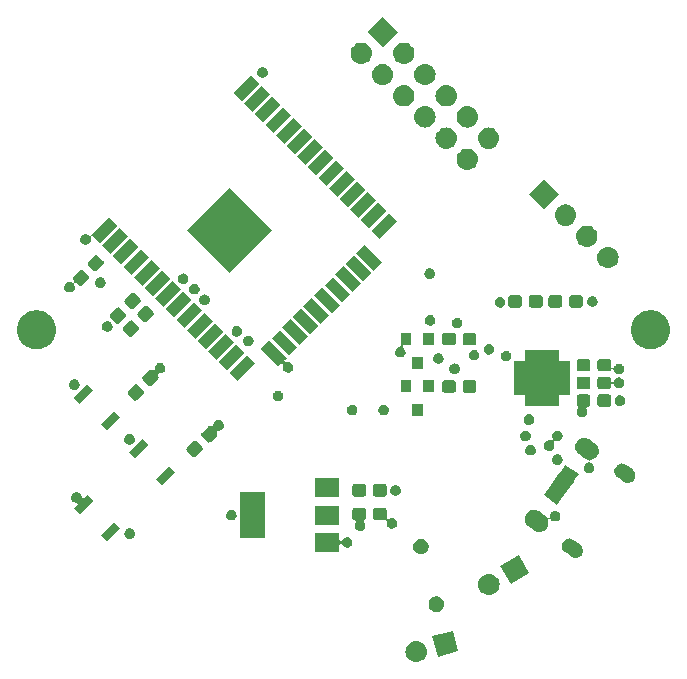
<source format=gbr>
G04 #@! TF.GenerationSoftware,KiCad,Pcbnew,(5.1.4)-1*
G04 #@! TF.CreationDate,2020-04-17T22:35:52+02:00*
G04 #@! TF.ProjectId,Sensorbaustein,53656e73-6f72-4626-9175-737465696e2e,1.7*
G04 #@! TF.SameCoordinates,Original*
G04 #@! TF.FileFunction,Soldermask,Top*
G04 #@! TF.FilePolarity,Negative*
%FSLAX46Y46*%
G04 Gerber Fmt 4.6, Leading zero omitted, Abs format (unit mm)*
G04 Created by KiCad (PCBNEW (5.1.4)-1) date 2020-04-17 22:35:52*
%MOMM*%
%LPD*%
G04 APERTURE LIST*
%ADD10C,0.100000*%
G04 APERTURE END LIST*
D10*
G36*
X146256991Y-131362919D02*
G01*
X146323175Y-131369437D01*
X146493014Y-131420957D01*
X146649539Y-131504622D01*
X146685277Y-131533952D01*
X146786734Y-131617214D01*
X146869996Y-131718671D01*
X146899326Y-131754409D01*
X146982991Y-131910934D01*
X147034511Y-132080773D01*
X147051907Y-132257400D01*
X147034511Y-132434027D01*
X146982991Y-132603866D01*
X146899326Y-132760391D01*
X146869996Y-132796129D01*
X146786734Y-132897586D01*
X146685277Y-132980848D01*
X146649539Y-133010178D01*
X146493014Y-133093843D01*
X146323175Y-133145363D01*
X146256991Y-133151881D01*
X146190808Y-133158400D01*
X146102288Y-133158400D01*
X146036105Y-133151881D01*
X145969921Y-133145363D01*
X145800082Y-133093843D01*
X145643557Y-133010178D01*
X145607819Y-132980848D01*
X145506362Y-132897586D01*
X145423100Y-132796129D01*
X145393770Y-132760391D01*
X145310105Y-132603866D01*
X145258585Y-132434027D01*
X145241189Y-132257400D01*
X145258585Y-132080773D01*
X145310105Y-131910934D01*
X145393770Y-131754409D01*
X145423100Y-131718671D01*
X145506362Y-131617214D01*
X145607819Y-131533952D01*
X145643557Y-131504622D01*
X145800082Y-131420957D01*
X145969921Y-131369437D01*
X146036105Y-131362919D01*
X146102288Y-131356400D01*
X146190808Y-131356400D01*
X146256991Y-131362919D01*
X146256991Y-131362919D01*
G37*
G36*
X149703495Y-132237103D02*
G01*
X147962897Y-132703495D01*
X147496505Y-130962897D01*
X149237103Y-130496505D01*
X149703495Y-132237103D01*
X149703495Y-132237103D01*
G37*
G36*
X148044865Y-127608172D02*
G01*
X148164252Y-127657624D01*
X148271691Y-127729412D01*
X148363069Y-127820790D01*
X148434857Y-127928229D01*
X148484309Y-128047616D01*
X148509518Y-128174351D01*
X148509518Y-128303575D01*
X148484309Y-128430310D01*
X148434857Y-128549697D01*
X148363069Y-128657136D01*
X148271691Y-128748514D01*
X148164252Y-128820302D01*
X148044865Y-128869754D01*
X147918130Y-128894963D01*
X147788906Y-128894963D01*
X147662171Y-128869754D01*
X147542784Y-128820302D01*
X147435345Y-128748514D01*
X147343967Y-128657136D01*
X147272179Y-128549697D01*
X147222727Y-128430310D01*
X147197518Y-128303575D01*
X147197518Y-128174351D01*
X147222727Y-128047616D01*
X147272179Y-127928229D01*
X147343967Y-127820790D01*
X147435345Y-127729412D01*
X147542784Y-127657624D01*
X147662171Y-127608172D01*
X147788906Y-127582963D01*
X147918130Y-127582963D01*
X148044865Y-127608172D01*
X148044865Y-127608172D01*
G37*
G36*
X152410737Y-125675518D02*
G01*
X152476922Y-125682037D01*
X152646761Y-125733557D01*
X152803286Y-125817222D01*
X152839024Y-125846552D01*
X152940481Y-125929814D01*
X153023743Y-126031271D01*
X153053073Y-126067009D01*
X153136738Y-126223534D01*
X153188258Y-126393373D01*
X153205654Y-126570000D01*
X153188258Y-126746627D01*
X153136738Y-126916466D01*
X153053073Y-127072991D01*
X153023743Y-127108729D01*
X152940481Y-127210186D01*
X152839024Y-127293448D01*
X152803286Y-127322778D01*
X152646761Y-127406443D01*
X152476922Y-127457963D01*
X152410738Y-127464481D01*
X152344555Y-127471000D01*
X152256035Y-127471000D01*
X152189852Y-127464481D01*
X152123668Y-127457963D01*
X151953829Y-127406443D01*
X151797304Y-127322778D01*
X151761566Y-127293448D01*
X151660109Y-127210186D01*
X151576847Y-127108729D01*
X151547517Y-127072991D01*
X151463852Y-126916466D01*
X151412332Y-126746627D01*
X151394936Y-126570000D01*
X151412332Y-126393373D01*
X151463852Y-126223534D01*
X151547517Y-126067009D01*
X151576847Y-126031271D01*
X151660109Y-125929814D01*
X151761566Y-125846552D01*
X151797304Y-125817222D01*
X151953829Y-125733557D01*
X152123668Y-125682037D01*
X152189853Y-125675518D01*
X152256035Y-125669000D01*
X152344555Y-125669000D01*
X152410737Y-125675518D01*
X152410737Y-125675518D01*
G37*
G36*
X155730790Y-125629789D02*
G01*
X154170211Y-126530790D01*
X153269210Y-124970211D01*
X154829789Y-124069210D01*
X155730790Y-125629789D01*
X155730790Y-125629789D01*
G37*
G36*
X159244657Y-122692158D02*
G01*
X159361853Y-122730520D01*
X159442390Y-122775854D01*
X160025207Y-123183947D01*
X160095349Y-123244119D01*
X160148227Y-123311497D01*
X160171479Y-123341123D01*
X160227221Y-123451115D01*
X160260433Y-123569870D01*
X160268229Y-123671769D01*
X160269840Y-123692825D01*
X160255080Y-123815243D01*
X160216718Y-123932439D01*
X160156232Y-124039894D01*
X160075941Y-124133488D01*
X160046755Y-124156393D01*
X159978938Y-124209617D01*
X159868946Y-124265359D01*
X159750191Y-124298571D01*
X159627239Y-124307978D01*
X159627236Y-124307978D01*
X159504818Y-124293218D01*
X159387618Y-124254855D01*
X159307094Y-124209527D01*
X159307090Y-124209524D01*
X159307086Y-124209522D01*
X159057064Y-124034454D01*
X158724269Y-123801429D01*
X158654128Y-123741258D01*
X158599593Y-123671769D01*
X158577997Y-123644252D01*
X158522255Y-123534260D01*
X158489043Y-123415505D01*
X158479636Y-123292554D01*
X158479636Y-123292551D01*
X158494396Y-123170133D01*
X158532758Y-123052937D01*
X158593244Y-122945482D01*
X158673535Y-122851888D01*
X158729807Y-122807726D01*
X158770538Y-122775759D01*
X158880530Y-122720017D01*
X158999285Y-122686805D01*
X159122236Y-122677398D01*
X159122239Y-122677398D01*
X159244657Y-122692158D01*
X159244657Y-122692158D01*
G37*
G36*
X146737829Y-122730246D02*
G01*
X146809398Y-122759891D01*
X146847707Y-122775759D01*
X146857216Y-122779698D01*
X146964655Y-122851486D01*
X147056033Y-122942864D01*
X147127821Y-123050303D01*
X147127822Y-123050305D01*
X147139024Y-123077350D01*
X147177273Y-123169690D01*
X147202482Y-123296425D01*
X147202482Y-123425649D01*
X147177273Y-123552384D01*
X147127821Y-123671771D01*
X147056033Y-123779210D01*
X146964655Y-123870588D01*
X146857216Y-123942376D01*
X146737829Y-123991828D01*
X146611094Y-124017037D01*
X146481870Y-124017037D01*
X146355135Y-123991828D01*
X146235748Y-123942376D01*
X146128309Y-123870588D01*
X146036931Y-123779210D01*
X145965143Y-123671771D01*
X145915691Y-123552384D01*
X145890482Y-123425649D01*
X145890482Y-123296425D01*
X145915691Y-123169690D01*
X145953940Y-123077350D01*
X145965142Y-123050305D01*
X145965143Y-123050303D01*
X146036931Y-122942864D01*
X146128309Y-122851486D01*
X146235748Y-122779698D01*
X146245258Y-122775759D01*
X146283566Y-122759891D01*
X146355135Y-122730246D01*
X146481870Y-122705037D01*
X146611094Y-122705037D01*
X146737829Y-122730246D01*
X146737829Y-122730246D01*
G37*
G36*
X139651000Y-122759891D02*
G01*
X139653402Y-122784277D01*
X139660515Y-122807726D01*
X139672066Y-122829337D01*
X139687611Y-122848279D01*
X139706553Y-122863824D01*
X139728164Y-122875375D01*
X139751613Y-122882488D01*
X139775999Y-122884890D01*
X139800385Y-122882488D01*
X139823834Y-122875375D01*
X139845445Y-122863824D01*
X139864387Y-122848279D01*
X139879932Y-122829337D01*
X139891483Y-122807727D01*
X139900329Y-122786371D01*
X139949685Y-122712505D01*
X140012505Y-122649685D01*
X140071428Y-122610314D01*
X140086371Y-122600329D01*
X140086373Y-122600328D01*
X140168448Y-122566331D01*
X140255579Y-122549000D01*
X140344421Y-122549000D01*
X140431552Y-122566331D01*
X140513627Y-122600328D01*
X140513629Y-122600329D01*
X140587496Y-122649686D01*
X140650314Y-122712504D01*
X140698272Y-122784277D01*
X140699672Y-122786373D01*
X140733669Y-122868448D01*
X140751000Y-122955579D01*
X140751000Y-123044421D01*
X140733669Y-123131552D01*
X140711966Y-123183947D01*
X140699671Y-123213629D01*
X140650314Y-123287496D01*
X140587496Y-123350314D01*
X140513629Y-123399671D01*
X140513628Y-123399672D01*
X140513627Y-123399672D01*
X140431552Y-123433669D01*
X140344421Y-123451000D01*
X140255579Y-123451000D01*
X140168448Y-123433669D01*
X140086373Y-123399672D01*
X140086372Y-123399672D01*
X140086371Y-123399671D01*
X140012504Y-123350314D01*
X139949686Y-123287496D01*
X139918023Y-123240109D01*
X139900329Y-123213629D01*
X139891483Y-123192273D01*
X139879932Y-123170663D01*
X139864386Y-123151721D01*
X139845444Y-123136176D01*
X139823833Y-123124625D01*
X139800384Y-123117512D01*
X139775998Y-123115110D01*
X139751612Y-123117512D01*
X139728163Y-123124625D01*
X139706553Y-123136176D01*
X139687611Y-123151722D01*
X139672066Y-123170664D01*
X139660515Y-123192275D01*
X139653402Y-123215724D01*
X139651000Y-123240109D01*
X139651000Y-123801000D01*
X137549000Y-123801000D01*
X137549000Y-122199000D01*
X139651000Y-122199000D01*
X139651000Y-122759891D01*
X139651000Y-122759891D01*
G37*
G36*
X121085958Y-121753173D02*
G01*
X119953173Y-122885958D01*
X119456784Y-122389569D01*
X120589569Y-121256784D01*
X121085958Y-121753173D01*
X121085958Y-121753173D01*
G37*
G36*
X122031552Y-121826331D02*
G01*
X122091107Y-121851000D01*
X122113629Y-121860329D01*
X122187496Y-121909686D01*
X122250314Y-121972504D01*
X122291184Y-122033669D01*
X122299672Y-122046373D01*
X122333669Y-122128448D01*
X122351000Y-122215579D01*
X122351000Y-122304421D01*
X122333669Y-122391552D01*
X122299672Y-122473627D01*
X122299671Y-122473629D01*
X122250314Y-122547496D01*
X122187496Y-122610314D01*
X122113629Y-122659671D01*
X122113628Y-122659672D01*
X122113627Y-122659672D01*
X122031552Y-122693669D01*
X121944421Y-122711000D01*
X121855579Y-122711000D01*
X121768448Y-122693669D01*
X121686373Y-122659672D01*
X121686372Y-122659672D01*
X121686371Y-122659671D01*
X121612504Y-122610314D01*
X121549686Y-122547496D01*
X121500329Y-122473629D01*
X121500328Y-122473627D01*
X121466331Y-122391552D01*
X121449000Y-122304421D01*
X121449000Y-122215579D01*
X121466331Y-122128448D01*
X121500328Y-122046373D01*
X121508817Y-122033669D01*
X121549686Y-121972504D01*
X121612504Y-121909686D01*
X121686371Y-121860329D01*
X121708893Y-121851000D01*
X121768448Y-121826331D01*
X121855579Y-121809000D01*
X121944421Y-121809000D01*
X122031552Y-121826331D01*
X122031552Y-121826331D01*
G37*
G36*
X133351000Y-122651000D02*
G01*
X131249000Y-122651000D01*
X131249000Y-118749000D01*
X133351000Y-118749000D01*
X133351000Y-122651000D01*
X133351000Y-122651000D01*
G37*
G36*
X156291501Y-120271221D02*
G01*
X156436768Y-120318772D01*
X156536602Y-120374968D01*
X156536603Y-120374969D01*
X157001666Y-120700609D01*
X157049584Y-120734162D01*
X157136530Y-120808750D01*
X157234679Y-120933812D01*
X157241303Y-120944209D01*
X157258248Y-120961910D01*
X157278321Y-120975965D01*
X157300750Y-120985834D01*
X157324673Y-120991137D01*
X157349171Y-120991672D01*
X157373303Y-120987416D01*
X157396141Y-120978535D01*
X157416807Y-120965369D01*
X157434508Y-120948424D01*
X157448563Y-120928351D01*
X157458432Y-120905922D01*
X157463735Y-120881999D01*
X157464032Y-120854785D01*
X157457555Y-120789019D01*
X157466262Y-120700609D01*
X157492051Y-120615593D01*
X157533930Y-120537244D01*
X157590288Y-120468570D01*
X157658962Y-120412212D01*
X157737311Y-120370333D01*
X157822327Y-120344544D01*
X157888579Y-120338019D01*
X157932895Y-120338019D01*
X157999147Y-120344544D01*
X158084163Y-120370333D01*
X158162512Y-120412212D01*
X158231186Y-120468570D01*
X158287544Y-120537244D01*
X158329423Y-120615593D01*
X158355212Y-120700609D01*
X158363919Y-120789019D01*
X158355212Y-120877429D01*
X158329423Y-120962445D01*
X158287544Y-121040794D01*
X158231186Y-121109468D01*
X158162512Y-121165826D01*
X158084163Y-121207705D01*
X157999147Y-121233494D01*
X157932895Y-121240019D01*
X157888579Y-121240019D01*
X157822327Y-121233494D01*
X157737311Y-121207705D01*
X157658962Y-121165826D01*
X157590288Y-121109468D01*
X157545766Y-121055216D01*
X157528439Y-121037889D01*
X157508065Y-121024275D01*
X157485426Y-121014898D01*
X157461393Y-121010117D01*
X157436889Y-121010117D01*
X157412856Y-121014897D01*
X157390217Y-121024274D01*
X157369842Y-121037888D01*
X157352515Y-121055215D01*
X157338901Y-121075589D01*
X157329524Y-121098228D01*
X157324743Y-121122261D01*
X157324743Y-121146765D01*
X157328760Y-121168182D01*
X157341171Y-121212558D01*
X157348817Y-121312504D01*
X157352113Y-121355580D01*
X157352831Y-121364972D01*
X157334533Y-121516731D01*
X157292124Y-121646288D01*
X157286980Y-121662003D01*
X157237269Y-121750315D01*
X157211998Y-121795209D01*
X157112472Y-121911226D01*
X157062664Y-121950315D01*
X156992224Y-122005597D01*
X156855875Y-122074696D01*
X156823702Y-122083694D01*
X156708665Y-122115867D01*
X156576476Y-122125980D01*
X156556251Y-122127527D01*
X156556249Y-122127527D01*
X156404496Y-122109230D01*
X156404493Y-122109229D01*
X156404492Y-122109229D01*
X156298994Y-122074696D01*
X156259214Y-122061675D01*
X156159397Y-122005487D01*
X156151091Y-121999671D01*
X155646412Y-121646291D01*
X155646411Y-121646290D01*
X155646408Y-121646288D01*
X155559462Y-121571700D01*
X155465092Y-121451453D01*
X155432111Y-121386373D01*
X155395992Y-121315103D01*
X155377697Y-121249686D01*
X155354821Y-121167892D01*
X155343161Y-121015478D01*
X155361459Y-120863719D01*
X155409010Y-120718452D01*
X155462618Y-120623216D01*
X155483993Y-120585242D01*
X155568809Y-120486373D01*
X155583520Y-120469224D01*
X155703767Y-120374854D01*
X155712688Y-120370333D01*
X155840117Y-120305754D01*
X155872290Y-120296756D01*
X155987328Y-120264583D01*
X156119515Y-120254470D01*
X156139740Y-120252923D01*
X156139742Y-120252923D01*
X156291501Y-120271221D01*
X156291501Y-120271221D01*
G37*
G36*
X141739499Y-120078445D02*
G01*
X141776995Y-120089820D01*
X141811554Y-120108292D01*
X141841847Y-120133153D01*
X141866708Y-120163446D01*
X141885180Y-120198005D01*
X141896555Y-120235501D01*
X141901000Y-120280638D01*
X141901000Y-120919362D01*
X141896555Y-120964499D01*
X141885180Y-121001995D01*
X141866708Y-121036554D01*
X141841847Y-121066847D01*
X141811552Y-121091710D01*
X141776400Y-121110499D01*
X141756025Y-121124112D01*
X141738698Y-121141439D01*
X141725085Y-121161814D01*
X141715707Y-121184453D01*
X141710927Y-121208486D01*
X141710927Y-121232990D01*
X141715707Y-121257023D01*
X141725085Y-121279662D01*
X141746936Y-121309126D01*
X141750315Y-121312505D01*
X141799672Y-121386373D01*
X141833669Y-121468448D01*
X141851000Y-121555579D01*
X141851000Y-121644421D01*
X141833669Y-121731552D01*
X141799672Y-121813627D01*
X141799671Y-121813629D01*
X141750314Y-121887496D01*
X141687496Y-121950314D01*
X141613629Y-121999671D01*
X141613628Y-121999672D01*
X141613627Y-121999672D01*
X141531552Y-122033669D01*
X141444421Y-122051000D01*
X141355579Y-122051000D01*
X141268448Y-122033669D01*
X141186373Y-121999672D01*
X141186372Y-121999672D01*
X141186371Y-121999671D01*
X141112504Y-121950314D01*
X141049686Y-121887496D01*
X141000329Y-121813629D01*
X141000328Y-121813627D01*
X140966331Y-121731552D01*
X140949000Y-121644421D01*
X140949000Y-121555579D01*
X140966331Y-121468448D01*
X141000329Y-121386370D01*
X141044938Y-121319607D01*
X141056489Y-121297996D01*
X141063602Y-121274547D01*
X141066004Y-121250161D01*
X141063602Y-121225775D01*
X141056489Y-121202326D01*
X141044937Y-121180716D01*
X141029392Y-121161774D01*
X141010450Y-121146229D01*
X140988839Y-121134678D01*
X140965390Y-121127565D01*
X140953255Y-121125765D01*
X140910501Y-121121555D01*
X140873005Y-121110180D01*
X140838446Y-121091708D01*
X140808153Y-121066847D01*
X140783292Y-121036554D01*
X140764820Y-121001995D01*
X140753445Y-120964499D01*
X140749000Y-120919362D01*
X140749000Y-120280638D01*
X140753445Y-120235501D01*
X140764820Y-120198005D01*
X140783292Y-120163446D01*
X140808153Y-120133153D01*
X140838446Y-120108292D01*
X140873005Y-120089820D01*
X140910501Y-120078445D01*
X140955638Y-120074000D01*
X141694362Y-120074000D01*
X141739499Y-120078445D01*
X141739499Y-120078445D01*
G37*
G36*
X143489499Y-120078445D02*
G01*
X143526995Y-120089820D01*
X143561554Y-120108292D01*
X143591847Y-120133153D01*
X143616708Y-120163446D01*
X143635180Y-120198005D01*
X143646555Y-120235501D01*
X143651000Y-120280638D01*
X143651000Y-120923742D01*
X143653402Y-120948128D01*
X143660515Y-120971577D01*
X143672066Y-120993188D01*
X143687611Y-121012130D01*
X143706553Y-121027675D01*
X143728164Y-121039226D01*
X143751613Y-121046339D01*
X143775999Y-121048741D01*
X143800385Y-121046339D01*
X143823834Y-121039226D01*
X143845445Y-121027675D01*
X143868710Y-121012130D01*
X143886371Y-121000329D01*
X143886373Y-121000328D01*
X143968448Y-120966331D01*
X144055579Y-120949000D01*
X144144421Y-120949000D01*
X144231552Y-120966331D01*
X144313627Y-121000328D01*
X144313629Y-121000329D01*
X144331290Y-121012130D01*
X144387495Y-121049685D01*
X144450315Y-121112505D01*
X144474700Y-121149000D01*
X144487324Y-121167892D01*
X144499672Y-121186373D01*
X144533669Y-121268448D01*
X144551000Y-121355579D01*
X144551000Y-121444421D01*
X144533669Y-121531552D01*
X144499672Y-121613627D01*
X144450315Y-121687495D01*
X144387495Y-121750315D01*
X144350813Y-121774825D01*
X144313629Y-121799671D01*
X144313628Y-121799672D01*
X144313627Y-121799672D01*
X144231552Y-121833669D01*
X144144421Y-121851000D01*
X144055579Y-121851000D01*
X143968448Y-121833669D01*
X143886373Y-121799672D01*
X143886372Y-121799672D01*
X143886371Y-121799671D01*
X143849187Y-121774825D01*
X143812505Y-121750315D01*
X143749685Y-121687495D01*
X143700328Y-121613627D01*
X143666331Y-121531552D01*
X143649000Y-121444421D01*
X143649000Y-121355579D01*
X143668096Y-121259576D01*
X143670498Y-121235190D01*
X143668096Y-121210804D01*
X143660983Y-121187355D01*
X143649432Y-121165744D01*
X143633886Y-121146802D01*
X143614944Y-121131257D01*
X143593334Y-121119706D01*
X143569885Y-121112593D01*
X143545499Y-121110191D01*
X143521113Y-121112593D01*
X143509212Y-121115574D01*
X143489497Y-121121555D01*
X143444362Y-121126000D01*
X142705638Y-121126000D01*
X142660501Y-121121555D01*
X142623005Y-121110180D01*
X142588446Y-121091708D01*
X142558153Y-121066847D01*
X142533292Y-121036554D01*
X142514820Y-121001995D01*
X142503445Y-120964499D01*
X142499000Y-120919362D01*
X142499000Y-120280638D01*
X142503445Y-120235501D01*
X142514820Y-120198005D01*
X142533292Y-120163446D01*
X142558153Y-120133153D01*
X142588446Y-120108292D01*
X142623005Y-120089820D01*
X142660501Y-120078445D01*
X142705638Y-120074000D01*
X143444362Y-120074000D01*
X143489499Y-120078445D01*
X143489499Y-120078445D01*
G37*
G36*
X139651000Y-121501000D02*
G01*
X137549000Y-121501000D01*
X137549000Y-119899000D01*
X139651000Y-119899000D01*
X139651000Y-121501000D01*
X139651000Y-121501000D01*
G37*
G36*
X130631552Y-120266331D02*
G01*
X130713627Y-120300328D01*
X130713629Y-120300329D01*
X130741235Y-120318775D01*
X130770036Y-120338019D01*
X130787496Y-120349686D01*
X130850314Y-120412504D01*
X130888214Y-120469224D01*
X130899672Y-120486373D01*
X130933669Y-120568448D01*
X130951000Y-120655579D01*
X130951000Y-120744421D01*
X130933669Y-120831552D01*
X130899672Y-120913627D01*
X130899671Y-120913629D01*
X130889834Y-120928351D01*
X130850315Y-120987495D01*
X130787495Y-121050315D01*
X130780160Y-121055216D01*
X130713629Y-121099671D01*
X130713628Y-121099672D01*
X130713627Y-121099672D01*
X130631552Y-121133669D01*
X130544421Y-121151000D01*
X130455579Y-121151000D01*
X130368448Y-121133669D01*
X130286373Y-121099672D01*
X130286372Y-121099672D01*
X130286371Y-121099671D01*
X130219840Y-121055216D01*
X130212505Y-121050315D01*
X130149685Y-120987495D01*
X130110166Y-120928351D01*
X130100329Y-120913629D01*
X130100328Y-120913627D01*
X130066331Y-120831552D01*
X130049000Y-120744421D01*
X130049000Y-120655579D01*
X130066331Y-120568448D01*
X130100328Y-120486373D01*
X130111787Y-120469224D01*
X130149686Y-120412504D01*
X130212504Y-120349686D01*
X130229965Y-120338019D01*
X130258765Y-120318775D01*
X130286371Y-120300329D01*
X130286373Y-120300328D01*
X130368448Y-120266331D01*
X130455579Y-120249000D01*
X130544421Y-120249000D01*
X130631552Y-120266331D01*
X130631552Y-120266331D01*
G37*
G36*
X117531552Y-118766331D02*
G01*
X117613627Y-118800328D01*
X117613629Y-118800329D01*
X117641040Y-118818645D01*
X117687495Y-118849685D01*
X117750315Y-118912505D01*
X117799672Y-118986373D01*
X117833669Y-119068448D01*
X117851000Y-119155579D01*
X117851000Y-119168095D01*
X117853402Y-119192481D01*
X117860515Y-119215930D01*
X117872066Y-119237541D01*
X117887611Y-119256483D01*
X117906553Y-119272028D01*
X117928164Y-119283579D01*
X117951613Y-119290692D01*
X117975999Y-119293094D01*
X118000385Y-119290692D01*
X118023834Y-119283579D01*
X118045445Y-119272028D01*
X118064381Y-119256488D01*
X118326827Y-118994042D01*
X118823216Y-119490431D01*
X117690431Y-120623216D01*
X117194042Y-120126827D01*
X117456488Y-119864381D01*
X117472028Y-119845445D01*
X117483579Y-119823834D01*
X117490692Y-119800385D01*
X117493094Y-119775999D01*
X117490692Y-119751613D01*
X117483579Y-119728164D01*
X117472028Y-119706553D01*
X117456483Y-119687611D01*
X117437541Y-119672066D01*
X117415930Y-119660515D01*
X117392481Y-119653402D01*
X117368095Y-119651000D01*
X117355579Y-119651000D01*
X117268448Y-119633669D01*
X117186373Y-119599672D01*
X117186372Y-119599672D01*
X117186371Y-119599671D01*
X117112504Y-119550314D01*
X117049686Y-119487496D01*
X117000329Y-119413629D01*
X117000328Y-119413627D01*
X116966331Y-119331552D01*
X116949000Y-119244421D01*
X116949000Y-119155579D01*
X116966331Y-119068448D01*
X117000328Y-118986373D01*
X117049685Y-118912505D01*
X117112505Y-118849685D01*
X117158960Y-118818645D01*
X117186371Y-118800329D01*
X117186373Y-118800328D01*
X117268448Y-118766331D01*
X117355579Y-118749000D01*
X117444421Y-118749000D01*
X117531552Y-118766331D01*
X117531552Y-118766331D01*
G37*
G36*
X159921793Y-117221298D02*
G01*
X159620665Y-117651354D01*
X159538497Y-117768703D01*
X159473800Y-117861099D01*
X159160658Y-118308313D01*
X158415008Y-119373211D01*
X158113880Y-119803266D01*
X156965429Y-118999111D01*
X157353740Y-118444545D01*
X157726564Y-117912097D01*
X158099389Y-117379648D01*
X158388057Y-116967388D01*
X158456727Y-116869316D01*
X158647368Y-116597053D01*
X158773342Y-116417143D01*
X159921793Y-117221298D01*
X159921793Y-117221298D01*
G37*
G36*
X139651000Y-119201000D02*
G01*
X137549000Y-119201000D01*
X137549000Y-117599000D01*
X139651000Y-117599000D01*
X139651000Y-119201000D01*
X139651000Y-119201000D01*
G37*
G36*
X141739499Y-118078445D02*
G01*
X141776995Y-118089820D01*
X141811554Y-118108292D01*
X141841847Y-118133153D01*
X141866708Y-118163446D01*
X141885180Y-118198005D01*
X141896555Y-118235501D01*
X141901000Y-118280638D01*
X141901000Y-118919362D01*
X141896555Y-118964499D01*
X141885180Y-119001995D01*
X141866708Y-119036554D01*
X141841847Y-119066847D01*
X141811554Y-119091708D01*
X141776995Y-119110180D01*
X141739499Y-119121555D01*
X141694362Y-119126000D01*
X140955638Y-119126000D01*
X140910501Y-119121555D01*
X140873005Y-119110180D01*
X140838446Y-119091708D01*
X140808153Y-119066847D01*
X140783292Y-119036554D01*
X140764820Y-119001995D01*
X140753445Y-118964499D01*
X140749000Y-118919362D01*
X140749000Y-118280638D01*
X140753445Y-118235501D01*
X140764820Y-118198005D01*
X140783292Y-118163446D01*
X140808153Y-118133153D01*
X140838446Y-118108292D01*
X140873005Y-118089820D01*
X140910501Y-118078445D01*
X140955638Y-118074000D01*
X141694362Y-118074000D01*
X141739499Y-118078445D01*
X141739499Y-118078445D01*
G37*
G36*
X143489499Y-118078445D02*
G01*
X143526995Y-118089820D01*
X143561554Y-118108292D01*
X143591847Y-118133153D01*
X143616708Y-118163446D01*
X143635180Y-118198005D01*
X143646555Y-118235501D01*
X143651000Y-118280638D01*
X143651000Y-118919362D01*
X143646555Y-118964499D01*
X143635180Y-119001995D01*
X143616708Y-119036554D01*
X143591847Y-119066847D01*
X143561554Y-119091708D01*
X143526995Y-119110180D01*
X143489499Y-119121555D01*
X143444362Y-119126000D01*
X142705638Y-119126000D01*
X142660501Y-119121555D01*
X142623005Y-119110180D01*
X142588446Y-119091708D01*
X142558153Y-119066847D01*
X142533292Y-119036554D01*
X142514820Y-119001995D01*
X142503445Y-118964499D01*
X142499000Y-118919362D01*
X142499000Y-118280638D01*
X142503445Y-118235501D01*
X142514820Y-118198005D01*
X142533292Y-118163446D01*
X142558153Y-118133153D01*
X142588446Y-118108292D01*
X142623005Y-118089820D01*
X142660501Y-118078445D01*
X142705638Y-118074000D01*
X143444362Y-118074000D01*
X143489499Y-118078445D01*
X143489499Y-118078445D01*
G37*
G36*
X144531552Y-118166331D02*
G01*
X144613627Y-118200328D01*
X144613629Y-118200329D01*
X144621995Y-118205919D01*
X144687495Y-118249685D01*
X144750315Y-118312505D01*
X144799672Y-118386373D01*
X144833669Y-118468448D01*
X144851000Y-118555579D01*
X144851000Y-118644421D01*
X144833669Y-118731552D01*
X144805180Y-118800329D01*
X144799671Y-118813629D01*
X144750314Y-118887496D01*
X144687496Y-118950314D01*
X144613629Y-118999671D01*
X144613628Y-118999672D01*
X144613627Y-118999672D01*
X144531552Y-119033669D01*
X144444421Y-119051000D01*
X144355579Y-119051000D01*
X144268448Y-119033669D01*
X144186373Y-118999672D01*
X144186372Y-118999672D01*
X144186371Y-118999671D01*
X144112504Y-118950314D01*
X144049686Y-118887496D01*
X144000329Y-118813629D01*
X143994820Y-118800329D01*
X143966331Y-118731552D01*
X143949000Y-118644421D01*
X143949000Y-118555579D01*
X143966331Y-118468448D01*
X144000328Y-118386373D01*
X144049685Y-118312505D01*
X144112505Y-118249685D01*
X144178005Y-118205919D01*
X144186371Y-118200329D01*
X144186373Y-118200328D01*
X144268448Y-118166331D01*
X144355579Y-118149000D01*
X144444421Y-118149000D01*
X144531552Y-118166331D01*
X144531552Y-118166331D01*
G37*
G36*
X125755958Y-117013173D02*
G01*
X124623173Y-118145958D01*
X124126784Y-117649569D01*
X125259569Y-116516784D01*
X125755958Y-117013173D01*
X125755958Y-117013173D01*
G37*
G36*
X163689874Y-116343730D02*
G01*
X163807070Y-116382092D01*
X163887607Y-116427426D01*
X164470424Y-116835519D01*
X164540566Y-116895691D01*
X164593444Y-116963069D01*
X164616696Y-116992695D01*
X164672438Y-117102687D01*
X164705650Y-117221442D01*
X164715057Y-117344394D01*
X164715057Y-117344397D01*
X164700297Y-117466815D01*
X164661935Y-117584011D01*
X164601449Y-117691466D01*
X164601448Y-117691467D01*
X164529050Y-117775861D01*
X164521158Y-117785060D01*
X164491972Y-117807965D01*
X164424155Y-117861189D01*
X164314163Y-117916931D01*
X164195408Y-117950143D01*
X164072456Y-117959550D01*
X164072453Y-117959550D01*
X163950035Y-117944790D01*
X163832835Y-117906427D01*
X163752311Y-117861099D01*
X163752307Y-117861096D01*
X163752303Y-117861094D01*
X163450215Y-117649569D01*
X163169486Y-117453001D01*
X163099345Y-117392830D01*
X163052842Y-117333575D01*
X163023214Y-117295824D01*
X162967472Y-117185832D01*
X162934260Y-117067077D01*
X162924853Y-116944126D01*
X162924853Y-116944123D01*
X162939613Y-116821705D01*
X162977975Y-116704509D01*
X163038461Y-116597054D01*
X163118752Y-116503460D01*
X163185597Y-116451000D01*
X163215755Y-116427331D01*
X163325747Y-116371589D01*
X163444502Y-116338377D01*
X163567453Y-116328970D01*
X163567456Y-116328970D01*
X163689874Y-116343730D01*
X163689874Y-116343730D01*
G37*
G36*
X160564646Y-114168538D02*
G01*
X160709913Y-114216089D01*
X160809747Y-114272285D01*
X160944060Y-114366332D01*
X161231351Y-114567495D01*
X161322729Y-114631479D01*
X161409675Y-114706067D01*
X161504045Y-114826314D01*
X161504046Y-114826316D01*
X161573145Y-114962664D01*
X161579860Y-114986676D01*
X161614316Y-115109874D01*
X161625976Y-115262289D01*
X161607678Y-115414048D01*
X161563073Y-115550314D01*
X161560125Y-115559320D01*
X161485144Y-115692525D01*
X161485143Y-115692526D01*
X161385617Y-115808543D01*
X161290469Y-115883215D01*
X161265369Y-115902914D01*
X161129020Y-115972013D01*
X161096847Y-115981011D01*
X160981810Y-116013184D01*
X160934286Y-116016820D01*
X160910154Y-116021075D01*
X160887316Y-116029956D01*
X160866649Y-116043122D01*
X160848949Y-116060067D01*
X160834893Y-116080140D01*
X160825025Y-116102569D01*
X160819721Y-116126492D01*
X160819186Y-116150990D01*
X160823441Y-116175122D01*
X160832322Y-116197960D01*
X160845488Y-116218627D01*
X160862433Y-116236327D01*
X160882506Y-116250383D01*
X160907536Y-116261072D01*
X160952045Y-116274573D01*
X161030394Y-116316452D01*
X161099068Y-116372810D01*
X161155426Y-116441484D01*
X161197305Y-116519833D01*
X161223094Y-116604849D01*
X161231801Y-116693259D01*
X161223094Y-116781669D01*
X161197305Y-116866685D01*
X161155426Y-116945034D01*
X161099068Y-117013708D01*
X161030394Y-117070066D01*
X160952045Y-117111945D01*
X160867029Y-117137734D01*
X160800777Y-117144259D01*
X160756461Y-117144259D01*
X160690209Y-117137734D01*
X160605193Y-117111945D01*
X160526844Y-117070066D01*
X160458170Y-117013708D01*
X160401812Y-116945034D01*
X160359933Y-116866685D01*
X160334144Y-116781669D01*
X160325437Y-116693259D01*
X160334144Y-116604849D01*
X160359933Y-116519833D01*
X160401812Y-116441484D01*
X160458170Y-116372810D01*
X160526844Y-116316452D01*
X160605193Y-116274573D01*
X160689208Y-116249088D01*
X160711847Y-116239711D01*
X160732221Y-116226097D01*
X160749548Y-116208770D01*
X160763162Y-116188396D01*
X160772539Y-116165757D01*
X160777320Y-116141724D01*
X160777320Y-116117219D01*
X160772540Y-116093186D01*
X160763163Y-116070547D01*
X160749549Y-116050173D01*
X160732222Y-116032846D01*
X160711848Y-116019232D01*
X160689209Y-116009855D01*
X160685117Y-116008994D01*
X160677639Y-116006546D01*
X160677637Y-116006546D01*
X160572139Y-115972013D01*
X160532359Y-115958992D01*
X160432542Y-115902804D01*
X160383477Y-115868448D01*
X159919557Y-115543608D01*
X159919556Y-115543607D01*
X159919553Y-115543605D01*
X159832607Y-115469017D01*
X159738237Y-115348770D01*
X159729511Y-115331551D01*
X159669137Y-115212420D01*
X159657774Y-115171790D01*
X159627966Y-115065209D01*
X159617741Y-114931552D01*
X159616306Y-114912797D01*
X159620729Y-114876112D01*
X159634604Y-114761036D01*
X159682155Y-114615769D01*
X159724601Y-114540362D01*
X159757138Y-114482559D01*
X159784211Y-114451000D01*
X159856665Y-114366541D01*
X159976912Y-114272171D01*
X160017951Y-114251373D01*
X160113262Y-114203071D01*
X160145435Y-114194073D01*
X160260473Y-114161900D01*
X160392660Y-114151787D01*
X160412885Y-114150240D01*
X160412887Y-114150240D01*
X160564646Y-114168538D01*
X160564646Y-114168538D01*
G37*
G36*
X158231552Y-115566331D02*
G01*
X158313627Y-115600328D01*
X158313629Y-115600329D01*
X158387496Y-115649686D01*
X158450314Y-115712504D01*
X158493943Y-115777798D01*
X158499672Y-115786373D01*
X158533669Y-115868448D01*
X158551000Y-115955579D01*
X158551000Y-116044421D01*
X158533669Y-116131552D01*
X158501684Y-116208770D01*
X158499671Y-116213629D01*
X158450314Y-116287496D01*
X158387496Y-116350314D01*
X158313629Y-116399671D01*
X158313628Y-116399672D01*
X158313627Y-116399672D01*
X158231552Y-116433669D01*
X158144421Y-116451000D01*
X158055579Y-116451000D01*
X157968448Y-116433669D01*
X157886373Y-116399672D01*
X157886372Y-116399672D01*
X157886371Y-116399671D01*
X157812504Y-116350314D01*
X157749686Y-116287496D01*
X157700329Y-116213629D01*
X157698316Y-116208770D01*
X157666331Y-116131552D01*
X157649000Y-116044421D01*
X157649000Y-115955579D01*
X157666331Y-115868448D01*
X157700328Y-115786373D01*
X157706058Y-115777798D01*
X157749686Y-115712504D01*
X157812504Y-115649686D01*
X157886371Y-115600329D01*
X157886373Y-115600328D01*
X157968448Y-115566331D01*
X158055579Y-115549000D01*
X158144421Y-115549000D01*
X158231552Y-115566331D01*
X158231552Y-115566331D01*
G37*
G36*
X123493216Y-114750431D02*
G01*
X122360431Y-115883216D01*
X121864042Y-115386827D01*
X122996827Y-114254042D01*
X123493216Y-114750431D01*
X123493216Y-114750431D01*
G37*
G36*
X127466918Y-114405699D02*
G01*
X127504414Y-114417074D01*
X127538973Y-114435546D01*
X127574037Y-114464322D01*
X128025678Y-114915963D01*
X128054454Y-114951027D01*
X128072926Y-114985586D01*
X128084301Y-115023082D01*
X128088141Y-115062081D01*
X128084301Y-115101080D01*
X128072926Y-115138576D01*
X128054454Y-115173135D01*
X128025678Y-115208199D01*
X127503327Y-115730550D01*
X127468263Y-115759326D01*
X127433704Y-115777798D01*
X127396208Y-115789173D01*
X127357209Y-115793013D01*
X127318210Y-115789173D01*
X127280714Y-115777798D01*
X127246155Y-115759326D01*
X127211091Y-115730550D01*
X126759450Y-115278909D01*
X126730674Y-115243845D01*
X126712202Y-115209286D01*
X126700827Y-115171790D01*
X126696987Y-115132791D01*
X126700827Y-115093792D01*
X126712202Y-115056296D01*
X126730674Y-115021737D01*
X126759450Y-114986673D01*
X127281801Y-114464322D01*
X127316865Y-114435546D01*
X127351424Y-114417074D01*
X127388920Y-114405699D01*
X127427919Y-114401859D01*
X127466918Y-114405699D01*
X127466918Y-114405699D01*
G37*
G36*
X155956552Y-114766330D02*
G01*
X156038627Y-114800327D01*
X156038629Y-114800328D01*
X156075813Y-114825174D01*
X156112495Y-114849684D01*
X156175315Y-114912504D01*
X156177626Y-114915963D01*
X156208832Y-114962665D01*
X156224672Y-114986372D01*
X156258669Y-115068447D01*
X156276000Y-115155578D01*
X156276000Y-115244420D01*
X156258669Y-115331551D01*
X156224672Y-115413626D01*
X156224671Y-115413628D01*
X156224390Y-115414048D01*
X156175315Y-115487494D01*
X156112495Y-115550314D01*
X156088524Y-115566331D01*
X156038629Y-115599670D01*
X156038628Y-115599671D01*
X156038627Y-115599671D01*
X155956552Y-115633668D01*
X155869421Y-115650999D01*
X155780579Y-115650999D01*
X155693448Y-115633668D01*
X155611373Y-115599671D01*
X155611372Y-115599671D01*
X155611371Y-115599670D01*
X155561476Y-115566331D01*
X155537505Y-115550314D01*
X155474685Y-115487494D01*
X155425610Y-115414048D01*
X155425329Y-115413628D01*
X155425328Y-115413626D01*
X155391331Y-115331551D01*
X155374000Y-115244420D01*
X155374000Y-115155578D01*
X155391331Y-115068447D01*
X155425328Y-114986372D01*
X155441169Y-114962665D01*
X155472374Y-114915963D01*
X155474685Y-114912504D01*
X155537505Y-114849684D01*
X155574187Y-114825174D01*
X155611371Y-114800328D01*
X155611373Y-114800327D01*
X155693448Y-114766330D01*
X155780579Y-114748999D01*
X155869421Y-114748999D01*
X155956552Y-114766330D01*
X155956552Y-114766330D01*
G37*
G36*
X158231552Y-113566331D02*
G01*
X158304513Y-113596553D01*
X158313629Y-113600329D01*
X158387496Y-113649686D01*
X158450314Y-113712504D01*
X158499187Y-113785646D01*
X158499672Y-113786373D01*
X158533669Y-113868448D01*
X158551000Y-113955579D01*
X158551000Y-114044421D01*
X158533669Y-114131552D01*
X158504044Y-114203071D01*
X158499671Y-114213629D01*
X158474825Y-114250813D01*
X158450315Y-114287495D01*
X158387495Y-114350315D01*
X158352088Y-114373973D01*
X158313629Y-114399671D01*
X158313628Y-114399672D01*
X158313627Y-114399672D01*
X158231552Y-114433669D01*
X158144421Y-114451000D01*
X158055579Y-114451000D01*
X157968443Y-114433668D01*
X157967164Y-114433138D01*
X157943715Y-114426025D01*
X157919329Y-114423624D01*
X157894943Y-114426027D01*
X157871494Y-114433140D01*
X157849884Y-114444692D01*
X157830943Y-114460238D01*
X157815398Y-114479180D01*
X157803848Y-114500792D01*
X157796735Y-114524241D01*
X157794334Y-114548627D01*
X157796737Y-114573013D01*
X157803848Y-114596454D01*
X157818355Y-114631479D01*
X157833669Y-114668451D01*
X157851000Y-114755579D01*
X157851000Y-114844421D01*
X157833669Y-114931552D01*
X157799672Y-115013627D01*
X157799671Y-115013629D01*
X157787299Y-115032145D01*
X157750315Y-115087495D01*
X157687495Y-115150315D01*
X157668919Y-115162727D01*
X157613629Y-115199671D01*
X157613628Y-115199672D01*
X157613627Y-115199672D01*
X157531552Y-115233669D01*
X157444421Y-115251000D01*
X157355579Y-115251000D01*
X157268448Y-115233669D01*
X157186373Y-115199672D01*
X157186372Y-115199672D01*
X157186371Y-115199671D01*
X157131081Y-115162727D01*
X157112505Y-115150315D01*
X157049685Y-115087495D01*
X157012701Y-115032145D01*
X157000329Y-115013629D01*
X157000328Y-115013627D01*
X156966331Y-114931552D01*
X156949000Y-114844421D01*
X156949000Y-114755579D01*
X156966331Y-114668448D01*
X157000328Y-114586373D01*
X157049685Y-114512505D01*
X157112505Y-114449685D01*
X157169575Y-114411552D01*
X157186371Y-114400329D01*
X157187957Y-114399672D01*
X157268448Y-114366331D01*
X157355579Y-114349000D01*
X157444421Y-114349000D01*
X157531557Y-114366332D01*
X157532836Y-114366862D01*
X157556285Y-114373975D01*
X157580671Y-114376376D01*
X157605057Y-114373973D01*
X157628506Y-114366860D01*
X157650116Y-114355308D01*
X157669057Y-114339762D01*
X157684602Y-114320820D01*
X157696152Y-114299208D01*
X157703265Y-114275759D01*
X157705666Y-114251373D01*
X157703263Y-114226987D01*
X157696152Y-114203546D01*
X157666332Y-114131552D01*
X157649000Y-114044420D01*
X157649000Y-113955579D01*
X157666331Y-113868448D01*
X157700328Y-113786373D01*
X157700814Y-113785646D01*
X157749686Y-113712504D01*
X157812504Y-113649686D01*
X157886371Y-113600329D01*
X157895487Y-113596553D01*
X157968448Y-113566331D01*
X158055579Y-113549000D01*
X158144421Y-113549000D01*
X158231552Y-113566331D01*
X158231552Y-113566331D01*
G37*
G36*
X122011552Y-113846331D02*
G01*
X122083067Y-113875954D01*
X122093629Y-113880329D01*
X122167496Y-113929686D01*
X122230314Y-113992504D01*
X122265004Y-114044420D01*
X122279672Y-114066373D01*
X122313669Y-114148448D01*
X122331000Y-114235579D01*
X122331000Y-114324421D01*
X122313669Y-114411552D01*
X122282843Y-114485971D01*
X122279671Y-114493629D01*
X122268549Y-114510274D01*
X122230315Y-114567495D01*
X122167495Y-114630315D01*
X122130813Y-114654825D01*
X122093629Y-114679671D01*
X122093628Y-114679672D01*
X122093627Y-114679672D01*
X122011552Y-114713669D01*
X121924421Y-114731000D01*
X121835579Y-114731000D01*
X121748448Y-114713669D01*
X121666373Y-114679672D01*
X121666372Y-114679672D01*
X121666371Y-114679671D01*
X121629187Y-114654825D01*
X121592505Y-114630315D01*
X121529685Y-114567495D01*
X121491451Y-114510274D01*
X121480329Y-114493629D01*
X121477157Y-114485971D01*
X121446331Y-114411552D01*
X121429000Y-114324421D01*
X121429000Y-114235579D01*
X121446331Y-114148448D01*
X121480328Y-114066373D01*
X121494997Y-114044420D01*
X121529686Y-113992504D01*
X121592504Y-113929686D01*
X121666371Y-113880329D01*
X121676933Y-113875954D01*
X121748448Y-113846331D01*
X121835579Y-113829000D01*
X121924421Y-113829000D01*
X122011552Y-113846331D01*
X122011552Y-113846331D01*
G37*
G36*
X129541552Y-112656331D02*
G01*
X129623627Y-112690328D01*
X129623629Y-112690329D01*
X129660813Y-112715175D01*
X129697495Y-112739685D01*
X129760315Y-112802505D01*
X129809672Y-112876373D01*
X129843669Y-112958448D01*
X129861000Y-113045579D01*
X129861000Y-113134421D01*
X129843669Y-113221552D01*
X129809672Y-113303627D01*
X129809671Y-113303629D01*
X129760314Y-113377496D01*
X129697496Y-113440314D01*
X129623629Y-113489671D01*
X129623628Y-113489672D01*
X129623627Y-113489672D01*
X129541552Y-113523669D01*
X129454421Y-113541000D01*
X129408187Y-113541000D01*
X129383801Y-113543402D01*
X129360352Y-113550515D01*
X129338741Y-113562066D01*
X129319799Y-113577611D01*
X129304254Y-113596553D01*
X129292703Y-113618164D01*
X129285590Y-113641613D01*
X129283188Y-113665999D01*
X129285590Y-113690385D01*
X129297947Y-113724921D01*
X129310361Y-113748148D01*
X129321737Y-113785646D01*
X129325577Y-113824645D01*
X129321737Y-113863644D01*
X129310362Y-113901140D01*
X129291890Y-113935699D01*
X129263114Y-113970763D01*
X128740763Y-114493114D01*
X128705699Y-114521890D01*
X128671140Y-114540362D01*
X128633644Y-114551737D01*
X128594645Y-114555577D01*
X128555646Y-114551737D01*
X128518150Y-114540362D01*
X128483591Y-114521890D01*
X128448527Y-114493114D01*
X127996886Y-114041473D01*
X127968110Y-114006409D01*
X127949638Y-113971850D01*
X127938263Y-113934354D01*
X127934423Y-113895355D01*
X127938263Y-113856356D01*
X127949638Y-113818860D01*
X127968110Y-113784301D01*
X127996886Y-113749237D01*
X128519237Y-113226886D01*
X128554301Y-113198110D01*
X128588860Y-113179638D01*
X128626356Y-113168263D01*
X128665355Y-113164423D01*
X128704354Y-113168263D01*
X128741852Y-113179639D01*
X128775079Y-113197398D01*
X128797718Y-113206775D01*
X128821751Y-113211555D01*
X128846255Y-113211555D01*
X128870288Y-113206774D01*
X128892927Y-113197396D01*
X128913301Y-113183782D01*
X128930628Y-113166455D01*
X128944241Y-113146080D01*
X128953618Y-113123441D01*
X128959000Y-113087158D01*
X128959000Y-113045579D01*
X128976331Y-112958448D01*
X129010328Y-112876373D01*
X129059685Y-112802505D01*
X129122505Y-112739685D01*
X129159187Y-112715175D01*
X129196371Y-112690329D01*
X129196373Y-112690328D01*
X129278448Y-112656331D01*
X129365579Y-112639000D01*
X129454421Y-112639000D01*
X129541552Y-112656331D01*
X129541552Y-112656331D01*
G37*
G36*
X155531552Y-113566331D02*
G01*
X155604513Y-113596553D01*
X155613629Y-113600329D01*
X155687496Y-113649686D01*
X155750314Y-113712504D01*
X155799187Y-113785646D01*
X155799672Y-113786373D01*
X155833669Y-113868448D01*
X155851000Y-113955579D01*
X155851000Y-114044421D01*
X155833669Y-114131552D01*
X155804044Y-114203071D01*
X155799671Y-114213629D01*
X155774825Y-114250813D01*
X155750315Y-114287495D01*
X155687495Y-114350315D01*
X155652088Y-114373973D01*
X155613629Y-114399671D01*
X155613628Y-114399672D01*
X155613627Y-114399672D01*
X155531552Y-114433669D01*
X155444421Y-114451000D01*
X155355579Y-114451000D01*
X155268448Y-114433669D01*
X155186373Y-114399672D01*
X155186372Y-114399672D01*
X155186371Y-114399671D01*
X155147912Y-114373973D01*
X155112505Y-114350315D01*
X155049685Y-114287495D01*
X155025175Y-114250813D01*
X155000329Y-114213629D01*
X154995956Y-114203071D01*
X154966331Y-114131552D01*
X154949000Y-114044421D01*
X154949000Y-113955579D01*
X154966331Y-113868448D01*
X155000328Y-113786373D01*
X155000814Y-113785646D01*
X155049686Y-113712504D01*
X155112504Y-113649686D01*
X155186371Y-113600329D01*
X155195487Y-113596553D01*
X155268448Y-113566331D01*
X155355579Y-113549000D01*
X155444421Y-113549000D01*
X155531552Y-113566331D01*
X155531552Y-113566331D01*
G37*
G36*
X121075958Y-112393173D02*
G01*
X119943173Y-113525958D01*
X119446784Y-113029569D01*
X120579569Y-111896784D01*
X121075958Y-112393173D01*
X121075958Y-112393173D01*
G37*
G36*
X155831552Y-112166331D02*
G01*
X155912043Y-112199672D01*
X155913629Y-112200329D01*
X155950813Y-112225175D01*
X155987495Y-112249685D01*
X156050315Y-112312505D01*
X156099672Y-112386373D01*
X156133669Y-112468448D01*
X156151000Y-112555579D01*
X156151000Y-112644421D01*
X156133669Y-112731552D01*
X156104279Y-112802504D01*
X156099671Y-112813629D01*
X156050314Y-112887496D01*
X155987496Y-112950314D01*
X155913629Y-112999671D01*
X155913628Y-112999672D01*
X155913627Y-112999672D01*
X155831552Y-113033669D01*
X155744421Y-113051000D01*
X155655579Y-113051000D01*
X155568448Y-113033669D01*
X155486373Y-112999672D01*
X155486372Y-112999672D01*
X155486371Y-112999671D01*
X155412504Y-112950314D01*
X155349686Y-112887496D01*
X155300329Y-112813629D01*
X155295721Y-112802504D01*
X155266331Y-112731552D01*
X155249000Y-112644421D01*
X155249000Y-112555579D01*
X155266331Y-112468448D01*
X155300328Y-112386373D01*
X155349685Y-112312505D01*
X155412505Y-112249685D01*
X155449187Y-112225175D01*
X155486371Y-112200329D01*
X155487957Y-112199672D01*
X155568448Y-112166331D01*
X155655579Y-112149000D01*
X155744421Y-112149000D01*
X155831552Y-112166331D01*
X155831552Y-112166331D01*
G37*
G36*
X160739499Y-110478445D02*
G01*
X160776995Y-110489820D01*
X160811554Y-110508292D01*
X160841847Y-110533153D01*
X160866708Y-110563446D01*
X160885180Y-110598005D01*
X160896555Y-110635501D01*
X160901000Y-110680638D01*
X160901000Y-111319362D01*
X160896555Y-111364499D01*
X160885180Y-111401995D01*
X160866708Y-111436554D01*
X160841847Y-111466847D01*
X160811554Y-111491708D01*
X160776995Y-111510180D01*
X160739499Y-111521555D01*
X160694362Y-111526000D01*
X160676281Y-111526000D01*
X160651895Y-111528402D01*
X160628446Y-111535515D01*
X160606835Y-111547066D01*
X160587893Y-111562611D01*
X160572348Y-111581553D01*
X160560797Y-111603164D01*
X160553684Y-111626613D01*
X160551282Y-111650999D01*
X160553684Y-111675385D01*
X160560797Y-111698834D01*
X160572348Y-111720444D01*
X160589671Y-111746370D01*
X160623669Y-111828448D01*
X160641000Y-111915579D01*
X160641000Y-112004421D01*
X160623669Y-112091552D01*
X160589672Y-112173627D01*
X160540315Y-112247495D01*
X160477495Y-112310315D01*
X160474217Y-112312505D01*
X160403629Y-112359671D01*
X160403628Y-112359672D01*
X160403627Y-112359672D01*
X160321552Y-112393669D01*
X160234421Y-112411000D01*
X160145579Y-112411000D01*
X160058448Y-112393669D01*
X159976373Y-112359672D01*
X159976372Y-112359672D01*
X159976371Y-112359671D01*
X159905783Y-112312505D01*
X159902505Y-112310315D01*
X159839685Y-112247495D01*
X159790328Y-112173627D01*
X159756331Y-112091552D01*
X159739000Y-112004421D01*
X159739000Y-111915579D01*
X159756331Y-111828448D01*
X159790328Y-111746373D01*
X159839685Y-111672505D01*
X159840907Y-111671283D01*
X159856452Y-111652341D01*
X159868003Y-111630730D01*
X159875116Y-111607281D01*
X159877518Y-111582895D01*
X159875116Y-111558509D01*
X159868003Y-111535060D01*
X159856452Y-111513449D01*
X159831818Y-111486270D01*
X159808155Y-111466850D01*
X159783292Y-111436554D01*
X159764820Y-111401995D01*
X159753445Y-111364499D01*
X159749000Y-111319362D01*
X159749000Y-110680638D01*
X159753445Y-110635501D01*
X159764820Y-110598005D01*
X159783292Y-110563446D01*
X159808153Y-110533153D01*
X159838446Y-110508292D01*
X159873005Y-110489820D01*
X159910501Y-110478445D01*
X159955638Y-110474000D01*
X160694362Y-110474000D01*
X160739499Y-110478445D01*
X160739499Y-110478445D01*
G37*
G36*
X146701000Y-112301000D02*
G01*
X145799000Y-112301000D01*
X145799000Y-111299000D01*
X146701000Y-111299000D01*
X146701000Y-112301000D01*
X146701000Y-112301000D01*
G37*
G36*
X143531552Y-111366331D02*
G01*
X143612043Y-111399672D01*
X143613629Y-111400329D01*
X143616122Y-111401995D01*
X143687495Y-111449685D01*
X143750315Y-111512505D01*
X143755956Y-111520947D01*
X143796452Y-111581553D01*
X143799672Y-111586373D01*
X143833669Y-111668448D01*
X143851000Y-111755579D01*
X143851000Y-111844421D01*
X143833669Y-111931552D01*
X143803485Y-112004421D01*
X143799671Y-112013629D01*
X143750314Y-112087496D01*
X143687496Y-112150314D01*
X143613629Y-112199671D01*
X143613628Y-112199672D01*
X143613627Y-112199672D01*
X143531552Y-112233669D01*
X143444421Y-112251000D01*
X143355579Y-112251000D01*
X143268448Y-112233669D01*
X143186373Y-112199672D01*
X143186372Y-112199672D01*
X143186371Y-112199671D01*
X143112504Y-112150314D01*
X143049686Y-112087496D01*
X143000329Y-112013629D01*
X142996515Y-112004421D01*
X142966331Y-111931552D01*
X142949000Y-111844421D01*
X142949000Y-111755579D01*
X142966331Y-111668448D01*
X143000328Y-111586373D01*
X143003549Y-111581553D01*
X143044044Y-111520947D01*
X143049685Y-111512505D01*
X143112505Y-111449685D01*
X143183878Y-111401995D01*
X143186371Y-111400329D01*
X143187957Y-111399672D01*
X143268448Y-111366331D01*
X143355579Y-111349000D01*
X143444421Y-111349000D01*
X143531552Y-111366331D01*
X143531552Y-111366331D01*
G37*
G36*
X140861552Y-111366331D02*
G01*
X140942043Y-111399672D01*
X140943629Y-111400329D01*
X140946122Y-111401995D01*
X141017495Y-111449685D01*
X141080315Y-111512505D01*
X141085956Y-111520947D01*
X141126452Y-111581553D01*
X141129672Y-111586373D01*
X141163669Y-111668448D01*
X141181000Y-111755579D01*
X141181000Y-111844421D01*
X141163669Y-111931552D01*
X141133485Y-112004421D01*
X141129671Y-112013629D01*
X141080314Y-112087496D01*
X141017496Y-112150314D01*
X140943629Y-112199671D01*
X140943628Y-112199672D01*
X140943627Y-112199672D01*
X140861552Y-112233669D01*
X140774421Y-112251000D01*
X140685579Y-112251000D01*
X140598448Y-112233669D01*
X140516373Y-112199672D01*
X140516372Y-112199672D01*
X140516371Y-112199671D01*
X140442504Y-112150314D01*
X140379686Y-112087496D01*
X140330329Y-112013629D01*
X140326515Y-112004421D01*
X140296331Y-111931552D01*
X140279000Y-111844421D01*
X140279000Y-111755579D01*
X140296331Y-111668448D01*
X140330328Y-111586373D01*
X140333549Y-111581553D01*
X140374044Y-111520947D01*
X140379685Y-111512505D01*
X140442505Y-111449685D01*
X140513878Y-111401995D01*
X140516371Y-111400329D01*
X140517957Y-111399672D01*
X140598448Y-111366331D01*
X140685579Y-111349000D01*
X140774421Y-111349000D01*
X140861552Y-111366331D01*
X140861552Y-111366331D01*
G37*
G36*
X162489499Y-110478445D02*
G01*
X162526995Y-110489820D01*
X162561554Y-110508292D01*
X162591847Y-110533153D01*
X162616708Y-110563446D01*
X162635180Y-110598005D01*
X162646555Y-110635501D01*
X162651000Y-110680638D01*
X162651000Y-111319362D01*
X162646555Y-111364499D01*
X162635180Y-111401995D01*
X162616708Y-111436554D01*
X162591847Y-111466847D01*
X162561554Y-111491708D01*
X162526995Y-111510180D01*
X162489499Y-111521555D01*
X162444362Y-111526000D01*
X161705638Y-111526000D01*
X161660501Y-111521555D01*
X161623005Y-111510180D01*
X161588446Y-111491708D01*
X161558153Y-111466847D01*
X161533292Y-111436554D01*
X161514820Y-111401995D01*
X161503445Y-111364499D01*
X161499000Y-111319362D01*
X161499000Y-110680638D01*
X161503445Y-110635501D01*
X161514820Y-110598005D01*
X161533292Y-110563446D01*
X161558153Y-110533153D01*
X161588446Y-110508292D01*
X161623005Y-110489820D01*
X161660501Y-110478445D01*
X161705638Y-110474000D01*
X162444362Y-110474000D01*
X162489499Y-110478445D01*
X162489499Y-110478445D01*
G37*
G36*
X155705355Y-106700083D02*
G01*
X155710029Y-106701501D01*
X155714330Y-106703800D01*
X155720702Y-106709029D01*
X155741076Y-106722643D01*
X155763715Y-106732020D01*
X155787749Y-106736800D01*
X155812253Y-106736800D01*
X155836286Y-106732019D01*
X155858925Y-106722642D01*
X155879298Y-106709029D01*
X155885670Y-106703800D01*
X155889971Y-106701501D01*
X155894645Y-106700083D01*
X155905641Y-106699000D01*
X156194359Y-106699000D01*
X156205355Y-106700083D01*
X156210029Y-106701501D01*
X156214330Y-106703800D01*
X156220702Y-106709029D01*
X156241076Y-106722643D01*
X156263715Y-106732020D01*
X156287749Y-106736800D01*
X156312253Y-106736800D01*
X156336286Y-106732019D01*
X156358925Y-106722642D01*
X156379298Y-106709029D01*
X156385670Y-106703800D01*
X156389971Y-106701501D01*
X156394645Y-106700083D01*
X156405641Y-106699000D01*
X156694359Y-106699000D01*
X156705355Y-106700083D01*
X156710029Y-106701501D01*
X156714330Y-106703800D01*
X156720702Y-106709029D01*
X156741076Y-106722643D01*
X156763715Y-106732020D01*
X156787749Y-106736800D01*
X156812253Y-106736800D01*
X156836286Y-106732019D01*
X156858925Y-106722642D01*
X156879298Y-106709029D01*
X156885670Y-106703800D01*
X156889971Y-106701501D01*
X156894645Y-106700083D01*
X156905641Y-106699000D01*
X157194359Y-106699000D01*
X157205355Y-106700083D01*
X157210029Y-106701501D01*
X157214330Y-106703800D01*
X157220702Y-106709029D01*
X157241076Y-106722643D01*
X157263715Y-106732020D01*
X157287749Y-106736800D01*
X157312253Y-106736800D01*
X157336286Y-106732019D01*
X157358925Y-106722642D01*
X157379298Y-106709029D01*
X157385670Y-106703800D01*
X157389971Y-106701501D01*
X157394645Y-106700083D01*
X157405641Y-106699000D01*
X157694359Y-106699000D01*
X157705355Y-106700083D01*
X157710029Y-106701501D01*
X157714330Y-106703800D01*
X157720702Y-106709029D01*
X157741076Y-106722643D01*
X157763715Y-106732020D01*
X157787749Y-106736800D01*
X157812253Y-106736800D01*
X157836286Y-106732019D01*
X157858925Y-106722642D01*
X157879298Y-106709029D01*
X157885670Y-106703800D01*
X157889971Y-106701501D01*
X157894645Y-106700083D01*
X157905641Y-106699000D01*
X158194359Y-106699000D01*
X158205355Y-106700083D01*
X158210029Y-106701501D01*
X158214331Y-106703800D01*
X158218104Y-106706896D01*
X158221200Y-106710669D01*
X158223499Y-106714971D01*
X158224917Y-106719645D01*
X158226000Y-106730641D01*
X158226000Y-107549001D01*
X158228402Y-107573387D01*
X158235515Y-107596836D01*
X158247066Y-107618447D01*
X158262611Y-107637389D01*
X158281553Y-107652934D01*
X158303164Y-107664485D01*
X158326613Y-107671598D01*
X158350999Y-107674000D01*
X159169359Y-107674000D01*
X159180355Y-107675083D01*
X159185029Y-107676501D01*
X159189331Y-107678800D01*
X159193104Y-107681896D01*
X159196200Y-107685669D01*
X159198499Y-107689971D01*
X159199917Y-107694645D01*
X159201000Y-107705641D01*
X159201000Y-107994359D01*
X159199917Y-108005355D01*
X159198499Y-108010029D01*
X159196200Y-108014330D01*
X159190971Y-108020702D01*
X159177357Y-108041076D01*
X159167980Y-108063715D01*
X159163200Y-108087749D01*
X159163200Y-108112253D01*
X159167981Y-108136286D01*
X159177358Y-108158925D01*
X159190971Y-108179298D01*
X159196200Y-108185670D01*
X159198499Y-108189971D01*
X159199917Y-108194645D01*
X159201000Y-108205641D01*
X159201000Y-108494359D01*
X159199917Y-108505355D01*
X159198499Y-108510029D01*
X159196200Y-108514330D01*
X159190971Y-108520702D01*
X159177357Y-108541076D01*
X159167980Y-108563715D01*
X159163200Y-108587749D01*
X159163200Y-108612253D01*
X159167981Y-108636286D01*
X159177358Y-108658925D01*
X159190971Y-108679298D01*
X159196200Y-108685670D01*
X159198499Y-108689971D01*
X159199917Y-108694645D01*
X159201000Y-108705641D01*
X159201000Y-108994359D01*
X159199917Y-109005355D01*
X159198499Y-109010029D01*
X159196200Y-109014330D01*
X159190971Y-109020702D01*
X159177357Y-109041076D01*
X159167980Y-109063715D01*
X159163200Y-109087749D01*
X159163200Y-109112253D01*
X159167981Y-109136286D01*
X159177358Y-109158925D01*
X159190971Y-109179298D01*
X159196200Y-109185670D01*
X159198499Y-109189971D01*
X159199917Y-109194645D01*
X159201000Y-109205641D01*
X159201000Y-109494359D01*
X159199917Y-109505355D01*
X159198499Y-109510029D01*
X159196200Y-109514330D01*
X159190971Y-109520702D01*
X159177357Y-109541076D01*
X159167980Y-109563715D01*
X159163200Y-109587749D01*
X159163200Y-109612253D01*
X159167981Y-109636286D01*
X159177358Y-109658925D01*
X159190971Y-109679298D01*
X159196200Y-109685670D01*
X159198499Y-109689971D01*
X159199917Y-109694645D01*
X159201000Y-109705641D01*
X159201000Y-109994359D01*
X159199917Y-110005355D01*
X159198499Y-110010029D01*
X159196200Y-110014330D01*
X159190971Y-110020702D01*
X159177357Y-110041076D01*
X159167980Y-110063715D01*
X159163200Y-110087749D01*
X159163200Y-110112253D01*
X159167981Y-110136286D01*
X159177358Y-110158925D01*
X159190971Y-110179298D01*
X159196200Y-110185670D01*
X159198499Y-110189971D01*
X159199917Y-110194645D01*
X159201000Y-110205641D01*
X159201000Y-110494359D01*
X159199917Y-110505355D01*
X159198499Y-110510029D01*
X159196200Y-110514331D01*
X159193104Y-110518104D01*
X159189331Y-110521200D01*
X159185029Y-110523499D01*
X159180355Y-110524917D01*
X159169359Y-110526000D01*
X158350999Y-110526000D01*
X158326613Y-110528402D01*
X158303164Y-110535515D01*
X158281553Y-110547066D01*
X158262611Y-110562611D01*
X158247066Y-110581553D01*
X158235515Y-110603164D01*
X158228402Y-110626613D01*
X158226000Y-110650999D01*
X158226000Y-111469359D01*
X158224917Y-111480355D01*
X158223499Y-111485029D01*
X158221200Y-111489331D01*
X158218104Y-111493104D01*
X158214331Y-111496200D01*
X158210029Y-111498499D01*
X158205355Y-111499917D01*
X158194359Y-111501000D01*
X157905641Y-111501000D01*
X157894645Y-111499917D01*
X157889971Y-111498499D01*
X157885670Y-111496200D01*
X157879298Y-111490971D01*
X157858924Y-111477357D01*
X157836285Y-111467980D01*
X157812251Y-111463200D01*
X157787747Y-111463200D01*
X157763714Y-111467981D01*
X157741075Y-111477358D01*
X157720702Y-111490971D01*
X157714330Y-111496200D01*
X157710029Y-111498499D01*
X157705355Y-111499917D01*
X157694359Y-111501000D01*
X157405641Y-111501000D01*
X157394645Y-111499917D01*
X157389971Y-111498499D01*
X157385670Y-111496200D01*
X157379298Y-111490971D01*
X157358924Y-111477357D01*
X157336285Y-111467980D01*
X157312251Y-111463200D01*
X157287747Y-111463200D01*
X157263714Y-111467981D01*
X157241075Y-111477358D01*
X157220702Y-111490971D01*
X157214330Y-111496200D01*
X157210029Y-111498499D01*
X157205355Y-111499917D01*
X157194359Y-111501000D01*
X156905641Y-111501000D01*
X156894645Y-111499917D01*
X156889971Y-111498499D01*
X156885670Y-111496200D01*
X156879298Y-111490971D01*
X156858924Y-111477357D01*
X156836285Y-111467980D01*
X156812251Y-111463200D01*
X156787747Y-111463200D01*
X156763714Y-111467981D01*
X156741075Y-111477358D01*
X156720702Y-111490971D01*
X156714330Y-111496200D01*
X156710029Y-111498499D01*
X156705355Y-111499917D01*
X156694359Y-111501000D01*
X156405641Y-111501000D01*
X156394645Y-111499917D01*
X156389971Y-111498499D01*
X156385670Y-111496200D01*
X156379298Y-111490971D01*
X156358924Y-111477357D01*
X156336285Y-111467980D01*
X156312251Y-111463200D01*
X156287747Y-111463200D01*
X156263714Y-111467981D01*
X156241075Y-111477358D01*
X156220702Y-111490971D01*
X156214330Y-111496200D01*
X156210029Y-111498499D01*
X156205355Y-111499917D01*
X156194359Y-111501000D01*
X155905641Y-111501000D01*
X155894645Y-111499917D01*
X155889971Y-111498499D01*
X155885670Y-111496200D01*
X155879298Y-111490971D01*
X155858924Y-111477357D01*
X155836285Y-111467980D01*
X155812251Y-111463200D01*
X155787747Y-111463200D01*
X155763714Y-111467981D01*
X155741075Y-111477358D01*
X155720702Y-111490971D01*
X155714330Y-111496200D01*
X155710029Y-111498499D01*
X155705355Y-111499917D01*
X155694359Y-111501000D01*
X155405641Y-111501000D01*
X155394645Y-111499917D01*
X155389971Y-111498499D01*
X155385669Y-111496200D01*
X155381896Y-111493104D01*
X155378800Y-111489331D01*
X155376501Y-111485029D01*
X155375083Y-111480355D01*
X155374000Y-111469359D01*
X155374000Y-110650999D01*
X155371598Y-110626613D01*
X155364485Y-110603164D01*
X155352934Y-110581553D01*
X155337389Y-110562611D01*
X155318447Y-110547066D01*
X155296836Y-110535515D01*
X155273387Y-110528402D01*
X155249001Y-110526000D01*
X154430641Y-110526000D01*
X154419645Y-110524917D01*
X154414971Y-110523499D01*
X154410669Y-110521200D01*
X154406896Y-110518104D01*
X154403800Y-110514331D01*
X154401501Y-110510029D01*
X154400083Y-110505355D01*
X154399000Y-110494359D01*
X154399000Y-110205641D01*
X154400083Y-110194645D01*
X154401501Y-110189971D01*
X154403800Y-110185670D01*
X154409029Y-110179298D01*
X154422643Y-110158924D01*
X154432020Y-110136285D01*
X154436800Y-110112251D01*
X154436800Y-110087747D01*
X154432019Y-110063714D01*
X154422642Y-110041075D01*
X154409029Y-110020702D01*
X154403800Y-110014330D01*
X154401501Y-110010029D01*
X154400083Y-110005355D01*
X154399000Y-109994359D01*
X154399000Y-109705641D01*
X154400083Y-109694645D01*
X154401501Y-109689971D01*
X154403800Y-109685670D01*
X154409029Y-109679298D01*
X154422643Y-109658924D01*
X154432020Y-109636285D01*
X154436800Y-109612251D01*
X154436800Y-109587747D01*
X154432019Y-109563714D01*
X154422642Y-109541075D01*
X154409029Y-109520702D01*
X154403800Y-109514330D01*
X154401501Y-109510029D01*
X154400083Y-109505355D01*
X154399000Y-109494359D01*
X154399000Y-109205641D01*
X154400083Y-109194645D01*
X154401501Y-109189971D01*
X154403800Y-109185670D01*
X154409029Y-109179298D01*
X154422643Y-109158924D01*
X154432020Y-109136285D01*
X154436800Y-109112251D01*
X154436800Y-109087747D01*
X154432019Y-109063714D01*
X154422642Y-109041075D01*
X154409029Y-109020702D01*
X154403800Y-109014330D01*
X154401501Y-109010029D01*
X154400083Y-109005355D01*
X154399000Y-108994359D01*
X154399000Y-108705641D01*
X154400083Y-108694645D01*
X154401501Y-108689971D01*
X154403800Y-108685670D01*
X154409029Y-108679298D01*
X154422643Y-108658924D01*
X154432020Y-108636285D01*
X154436800Y-108612251D01*
X154436800Y-108587747D01*
X154432019Y-108563714D01*
X154422642Y-108541075D01*
X154409029Y-108520702D01*
X154403800Y-108514330D01*
X154401501Y-108510029D01*
X154400083Y-108505355D01*
X154399000Y-108494359D01*
X154399000Y-108205641D01*
X154400083Y-108194645D01*
X154401501Y-108189971D01*
X154403800Y-108185670D01*
X154409029Y-108179298D01*
X154422643Y-108158924D01*
X154432020Y-108136285D01*
X154436800Y-108112251D01*
X154436800Y-108087747D01*
X154432019Y-108063714D01*
X154422642Y-108041075D01*
X154409029Y-108020702D01*
X154403800Y-108014330D01*
X154401501Y-108010029D01*
X154400083Y-108005355D01*
X154399000Y-107994359D01*
X154399000Y-107705641D01*
X154400083Y-107694645D01*
X154401501Y-107689971D01*
X154403800Y-107685669D01*
X154406896Y-107681896D01*
X154410669Y-107678800D01*
X154414971Y-107676501D01*
X154419645Y-107675083D01*
X154430641Y-107674000D01*
X155249001Y-107674000D01*
X155273387Y-107671598D01*
X155296836Y-107664485D01*
X155318447Y-107652934D01*
X155337389Y-107637389D01*
X155352934Y-107618447D01*
X155364485Y-107596836D01*
X155371598Y-107573387D01*
X155374000Y-107549001D01*
X155374000Y-106730641D01*
X155375083Y-106719645D01*
X155376501Y-106714971D01*
X155378800Y-106710669D01*
X155381896Y-106706896D01*
X155385669Y-106703800D01*
X155389971Y-106701501D01*
X155394645Y-106700083D01*
X155405641Y-106699000D01*
X155694359Y-106699000D01*
X155705355Y-106700083D01*
X155705355Y-106700083D01*
G37*
G36*
X163531552Y-110566331D02*
G01*
X163612292Y-110599775D01*
X163613629Y-110600329D01*
X163632757Y-110613110D01*
X163687495Y-110649685D01*
X163750315Y-110712505D01*
X163799672Y-110786373D01*
X163833669Y-110868448D01*
X163851000Y-110955579D01*
X163851000Y-111044421D01*
X163833669Y-111131552D01*
X163799672Y-111213627D01*
X163799671Y-111213629D01*
X163750314Y-111287496D01*
X163687496Y-111350314D01*
X163613629Y-111399671D01*
X163613628Y-111399672D01*
X163613627Y-111399672D01*
X163531552Y-111433669D01*
X163444421Y-111451000D01*
X163355579Y-111451000D01*
X163268448Y-111433669D01*
X163186373Y-111399672D01*
X163186372Y-111399672D01*
X163186371Y-111399671D01*
X163112504Y-111350314D01*
X163049686Y-111287496D01*
X163000329Y-111213629D01*
X163000328Y-111213627D01*
X162966331Y-111131552D01*
X162949000Y-111044421D01*
X162949000Y-110955579D01*
X162966331Y-110868448D01*
X163000328Y-110786373D01*
X163049685Y-110712505D01*
X163112505Y-110649685D01*
X163167243Y-110613110D01*
X163186371Y-110600329D01*
X163187708Y-110599775D01*
X163268448Y-110566331D01*
X163355579Y-110549000D01*
X163444421Y-110549000D01*
X163531552Y-110566331D01*
X163531552Y-110566331D01*
G37*
G36*
X118813216Y-110130431D02*
G01*
X117680431Y-111263216D01*
X117184042Y-110766827D01*
X118316827Y-109634042D01*
X118813216Y-110130431D01*
X118813216Y-110130431D01*
G37*
G36*
X134581552Y-110176331D02*
G01*
X134663627Y-110210328D01*
X134663629Y-110210329D01*
X134699599Y-110234364D01*
X134737495Y-110259685D01*
X134800315Y-110322505D01*
X134849672Y-110396373D01*
X134883669Y-110478448D01*
X134901000Y-110565579D01*
X134901000Y-110654421D01*
X134883669Y-110741552D01*
X134865104Y-110786371D01*
X134849671Y-110823629D01*
X134800314Y-110897496D01*
X134737496Y-110960314D01*
X134663629Y-111009671D01*
X134663628Y-111009672D01*
X134663627Y-111009672D01*
X134581552Y-111043669D01*
X134494421Y-111061000D01*
X134405579Y-111061000D01*
X134318448Y-111043669D01*
X134236373Y-111009672D01*
X134236372Y-111009672D01*
X134236371Y-111009671D01*
X134162504Y-110960314D01*
X134099686Y-110897496D01*
X134050329Y-110823629D01*
X134034896Y-110786371D01*
X134016331Y-110741552D01*
X133999000Y-110654421D01*
X133999000Y-110565579D01*
X134016331Y-110478448D01*
X134050328Y-110396373D01*
X134099685Y-110322505D01*
X134162505Y-110259685D01*
X134200401Y-110234364D01*
X134236371Y-110210329D01*
X134236373Y-110210328D01*
X134318448Y-110176331D01*
X134405579Y-110159000D01*
X134494421Y-110159000D01*
X134581552Y-110176331D01*
X134581552Y-110176331D01*
G37*
G36*
X122485636Y-109616981D02*
G01*
X122523132Y-109628356D01*
X122557691Y-109646828D01*
X122592755Y-109675604D01*
X123044396Y-110127245D01*
X123073172Y-110162309D01*
X123091644Y-110196868D01*
X123103019Y-110234364D01*
X123106859Y-110273363D01*
X123103019Y-110312362D01*
X123091644Y-110349858D01*
X123073172Y-110384417D01*
X123044396Y-110419481D01*
X122522045Y-110941832D01*
X122486981Y-110970608D01*
X122452422Y-110989080D01*
X122414926Y-111000455D01*
X122375927Y-111004295D01*
X122336928Y-111000455D01*
X122299432Y-110989080D01*
X122264873Y-110970608D01*
X122229809Y-110941832D01*
X121778168Y-110490191D01*
X121749392Y-110455127D01*
X121730920Y-110420568D01*
X121719545Y-110383072D01*
X121715705Y-110344073D01*
X121719545Y-110305074D01*
X121730920Y-110267578D01*
X121749392Y-110233019D01*
X121778168Y-110197955D01*
X122300519Y-109675604D01*
X122335583Y-109646828D01*
X122370142Y-109628356D01*
X122407638Y-109616981D01*
X122446637Y-109613141D01*
X122485636Y-109616981D01*
X122485636Y-109616981D01*
G37*
G36*
X149339499Y-109278445D02*
G01*
X149376995Y-109289820D01*
X149411554Y-109308292D01*
X149441847Y-109333153D01*
X149466708Y-109363446D01*
X149485180Y-109398005D01*
X149496555Y-109435501D01*
X149501000Y-109480638D01*
X149501000Y-110119362D01*
X149496555Y-110164499D01*
X149485180Y-110201995D01*
X149466708Y-110236554D01*
X149441847Y-110266847D01*
X149411554Y-110291708D01*
X149376995Y-110310180D01*
X149339499Y-110321555D01*
X149294362Y-110326000D01*
X148555638Y-110326000D01*
X148510501Y-110321555D01*
X148473005Y-110310180D01*
X148438446Y-110291708D01*
X148408153Y-110266847D01*
X148383292Y-110236554D01*
X148364820Y-110201995D01*
X148353445Y-110164499D01*
X148349000Y-110119362D01*
X148349000Y-109480638D01*
X148353445Y-109435501D01*
X148364820Y-109398005D01*
X148383292Y-109363446D01*
X148408153Y-109333153D01*
X148438446Y-109308292D01*
X148473005Y-109289820D01*
X148510501Y-109278445D01*
X148555638Y-109274000D01*
X149294362Y-109274000D01*
X149339499Y-109278445D01*
X149339499Y-109278445D01*
G37*
G36*
X151089499Y-109278445D02*
G01*
X151126995Y-109289820D01*
X151161554Y-109308292D01*
X151191847Y-109333153D01*
X151216708Y-109363446D01*
X151235180Y-109398005D01*
X151246555Y-109435501D01*
X151251000Y-109480638D01*
X151251000Y-110119362D01*
X151246555Y-110164499D01*
X151235180Y-110201995D01*
X151216708Y-110236554D01*
X151191847Y-110266847D01*
X151161554Y-110291708D01*
X151126995Y-110310180D01*
X151089499Y-110321555D01*
X151044362Y-110326000D01*
X150305638Y-110326000D01*
X150260501Y-110321555D01*
X150223005Y-110310180D01*
X150188446Y-110291708D01*
X150158153Y-110266847D01*
X150133292Y-110236554D01*
X150114820Y-110201995D01*
X150103445Y-110164499D01*
X150099000Y-110119362D01*
X150099000Y-109480638D01*
X150103445Y-109435501D01*
X150114820Y-109398005D01*
X150133292Y-109363446D01*
X150158153Y-109333153D01*
X150188446Y-109308292D01*
X150223005Y-109289820D01*
X150260501Y-109278445D01*
X150305638Y-109274000D01*
X151044362Y-109274000D01*
X151089499Y-109278445D01*
X151089499Y-109278445D01*
G37*
G36*
X147651000Y-110301000D02*
G01*
X146749000Y-110301000D01*
X146749000Y-109299000D01*
X147651000Y-109299000D01*
X147651000Y-110301000D01*
X147651000Y-110301000D01*
G37*
G36*
X145751000Y-110301000D02*
G01*
X144849000Y-110301000D01*
X144849000Y-109299000D01*
X145751000Y-109299000D01*
X145751000Y-110301000D01*
X145751000Y-110301000D01*
G37*
G36*
X117331552Y-109216331D02*
G01*
X117413627Y-109250328D01*
X117413629Y-109250329D01*
X117449055Y-109274000D01*
X117487495Y-109299685D01*
X117550315Y-109362505D01*
X117554286Y-109368448D01*
X117599660Y-109436354D01*
X117599672Y-109436373D01*
X117633669Y-109518448D01*
X117651000Y-109605579D01*
X117651000Y-109694421D01*
X117633669Y-109781552D01*
X117620100Y-109814309D01*
X117599671Y-109863629D01*
X117575588Y-109899671D01*
X117550315Y-109937495D01*
X117487495Y-110000315D01*
X117472957Y-110010029D01*
X117413629Y-110049671D01*
X117413628Y-110049672D01*
X117413627Y-110049672D01*
X117331552Y-110083669D01*
X117244421Y-110101000D01*
X117155579Y-110101000D01*
X117068448Y-110083669D01*
X116986373Y-110049672D01*
X116986372Y-110049672D01*
X116986371Y-110049671D01*
X116927043Y-110010029D01*
X116912505Y-110000315D01*
X116849685Y-109937495D01*
X116824412Y-109899671D01*
X116800329Y-109863629D01*
X116779900Y-109814309D01*
X116766331Y-109781552D01*
X116749000Y-109694421D01*
X116749000Y-109605579D01*
X116766331Y-109518448D01*
X116800328Y-109436373D01*
X116800341Y-109436354D01*
X116845714Y-109368448D01*
X116849685Y-109362505D01*
X116912505Y-109299685D01*
X116950945Y-109274000D01*
X116986371Y-109250329D01*
X116986373Y-109250328D01*
X117068448Y-109216331D01*
X117155579Y-109199000D01*
X117244421Y-109199000D01*
X117331552Y-109216331D01*
X117331552Y-109216331D01*
G37*
G36*
X160739499Y-108978445D02*
G01*
X160776995Y-108989820D01*
X160811554Y-109008292D01*
X160841847Y-109033153D01*
X160866708Y-109063446D01*
X160885180Y-109098005D01*
X160896555Y-109135501D01*
X160901000Y-109180638D01*
X160901000Y-109819362D01*
X160896555Y-109864499D01*
X160885180Y-109901995D01*
X160866708Y-109936554D01*
X160841847Y-109966847D01*
X160811554Y-109991708D01*
X160776995Y-110010180D01*
X160739499Y-110021555D01*
X160694362Y-110026000D01*
X159955638Y-110026000D01*
X159910501Y-110021555D01*
X159873005Y-110010180D01*
X159838446Y-109991708D01*
X159808153Y-109966847D01*
X159783292Y-109936554D01*
X159764820Y-109901995D01*
X159753445Y-109864499D01*
X159749000Y-109819362D01*
X159749000Y-109180638D01*
X159753445Y-109135501D01*
X159764820Y-109098005D01*
X159783292Y-109063446D01*
X159808153Y-109033153D01*
X159838446Y-109008292D01*
X159873005Y-108989820D01*
X159910501Y-108978445D01*
X159955638Y-108974000D01*
X160694362Y-108974000D01*
X160739499Y-108978445D01*
X160739499Y-108978445D01*
G37*
G36*
X162489499Y-108978445D02*
G01*
X162526995Y-108989820D01*
X162561554Y-109008292D01*
X162591847Y-109033153D01*
X162616708Y-109063446D01*
X162635180Y-109098005D01*
X162646555Y-109135501D01*
X162651000Y-109180638D01*
X162651000Y-109308176D01*
X162653402Y-109332562D01*
X162660515Y-109356011D01*
X162672066Y-109377622D01*
X162687611Y-109396564D01*
X162706553Y-109412109D01*
X162728164Y-109423660D01*
X162751613Y-109430773D01*
X162775999Y-109433175D01*
X162800385Y-109430773D01*
X162823834Y-109423660D01*
X162845445Y-109412109D01*
X162864387Y-109396564D01*
X162879932Y-109377622D01*
X162891483Y-109356011D01*
X162920328Y-109286373D01*
X162936614Y-109262000D01*
X162969686Y-109212504D01*
X163032504Y-109149686D01*
X163106371Y-109100329D01*
X163106373Y-109100328D01*
X163188448Y-109066331D01*
X163275579Y-109049000D01*
X163364421Y-109049000D01*
X163451552Y-109066331D01*
X163533627Y-109100328D01*
X163533629Y-109100329D01*
X163607496Y-109149686D01*
X163670314Y-109212504D01*
X163703387Y-109262000D01*
X163719672Y-109286373D01*
X163753669Y-109368448D01*
X163771000Y-109455579D01*
X163771000Y-109544421D01*
X163753669Y-109631552D01*
X163722980Y-109705641D01*
X163719671Y-109713629D01*
X163694825Y-109750813D01*
X163684104Y-109766859D01*
X163670314Y-109787496D01*
X163607496Y-109850314D01*
X163533629Y-109899671D01*
X163533628Y-109899672D01*
X163533627Y-109899672D01*
X163451552Y-109933669D01*
X163364421Y-109951000D01*
X163275579Y-109951000D01*
X163188448Y-109933669D01*
X163106373Y-109899672D01*
X163106372Y-109899672D01*
X163106371Y-109899671D01*
X163032504Y-109850314D01*
X162969686Y-109787496D01*
X162955897Y-109766859D01*
X162945175Y-109750813D01*
X162920329Y-109713629D01*
X162917020Y-109705641D01*
X162891483Y-109643989D01*
X162879932Y-109622378D01*
X162864387Y-109603436D01*
X162845445Y-109587891D01*
X162823834Y-109576340D01*
X162800385Y-109569227D01*
X162775999Y-109566825D01*
X162751613Y-109569227D01*
X162728164Y-109576340D01*
X162706553Y-109587891D01*
X162687611Y-109603436D01*
X162672066Y-109622378D01*
X162660515Y-109643989D01*
X162653402Y-109667438D01*
X162651000Y-109691824D01*
X162651000Y-109819362D01*
X162646555Y-109864499D01*
X162635180Y-109901995D01*
X162616708Y-109936554D01*
X162591847Y-109966847D01*
X162561554Y-109991708D01*
X162526995Y-110010180D01*
X162489499Y-110021555D01*
X162444362Y-110026000D01*
X161705638Y-110026000D01*
X161660501Y-110021555D01*
X161623005Y-110010180D01*
X161588446Y-109991708D01*
X161558153Y-109966847D01*
X161533292Y-109936554D01*
X161514820Y-109901995D01*
X161503445Y-109864499D01*
X161499000Y-109819362D01*
X161499000Y-109180638D01*
X161503445Y-109135501D01*
X161514820Y-109098005D01*
X161533292Y-109063446D01*
X161558153Y-109033153D01*
X161588446Y-109008292D01*
X161623005Y-108989820D01*
X161660501Y-108978445D01*
X161705638Y-108974000D01*
X162444362Y-108974000D01*
X162489499Y-108978445D01*
X162489499Y-108978445D01*
G37*
G36*
X124591552Y-107826331D02*
G01*
X124669250Y-107858515D01*
X124673629Y-107860329D01*
X124682613Y-107866332D01*
X124747495Y-107909685D01*
X124810315Y-107972505D01*
X124819927Y-107986890D01*
X124853754Y-108037515D01*
X124859672Y-108046373D01*
X124893669Y-108128448D01*
X124911000Y-108215579D01*
X124911000Y-108304421D01*
X124893669Y-108391552D01*
X124862480Y-108466847D01*
X124859671Y-108473629D01*
X124854293Y-108481677D01*
X124810315Y-108547495D01*
X124747495Y-108610315D01*
X124739138Y-108615899D01*
X124673629Y-108659671D01*
X124673628Y-108659672D01*
X124673627Y-108659672D01*
X124591552Y-108693669D01*
X124504421Y-108711000D01*
X124408007Y-108711000D01*
X124398608Y-108710075D01*
X124374222Y-108712479D01*
X124350774Y-108719593D01*
X124329164Y-108731146D01*
X124310223Y-108746693D01*
X124294679Y-108765636D01*
X124283130Y-108787247D01*
X124276018Y-108810697D01*
X124273618Y-108835083D01*
X124276022Y-108859469D01*
X124283136Y-108882917D01*
X124301992Y-108914373D01*
X124310606Y-108924870D01*
X124329080Y-108959432D01*
X124340455Y-108996928D01*
X124344295Y-109035927D01*
X124340455Y-109074926D01*
X124329080Y-109112422D01*
X124310608Y-109146981D01*
X124281832Y-109182045D01*
X123759481Y-109704396D01*
X123724417Y-109733172D01*
X123689858Y-109751644D01*
X123652362Y-109763019D01*
X123613363Y-109766859D01*
X123574364Y-109763019D01*
X123536868Y-109751644D01*
X123502309Y-109733172D01*
X123467245Y-109704396D01*
X123015604Y-109252755D01*
X122986828Y-109217691D01*
X122968356Y-109183132D01*
X122956981Y-109145636D01*
X122953141Y-109106637D01*
X122956981Y-109067638D01*
X122968356Y-109030142D01*
X122986828Y-108995583D01*
X123015604Y-108960519D01*
X123537955Y-108438168D01*
X123573019Y-108409392D01*
X123607578Y-108390920D01*
X123645074Y-108379545D01*
X123684073Y-108375705D01*
X123723072Y-108379545D01*
X123760568Y-108390920D01*
X123795130Y-108409394D01*
X123805627Y-108418008D01*
X123826002Y-108431622D01*
X123848640Y-108440999D01*
X123872674Y-108445780D01*
X123897178Y-108445780D01*
X123921211Y-108441000D01*
X123943850Y-108431622D01*
X123964224Y-108418009D01*
X123981551Y-108400682D01*
X123995165Y-108380307D01*
X124004542Y-108357669D01*
X124009323Y-108333635D01*
X124008493Y-108316731D01*
X124009000Y-108316731D01*
X124009000Y-108215579D01*
X124026331Y-108128448D01*
X124060328Y-108046373D01*
X124066247Y-108037515D01*
X124100073Y-107986890D01*
X124109685Y-107972505D01*
X124172505Y-107909685D01*
X124237387Y-107866332D01*
X124246371Y-107860329D01*
X124250750Y-107858515D01*
X124328448Y-107826331D01*
X124415579Y-107809000D01*
X124504421Y-107809000D01*
X124591552Y-107826331D01*
X124591552Y-107826331D01*
G37*
G36*
X132524189Y-107858665D02*
G01*
X131037850Y-109345004D01*
X130329329Y-108636483D01*
X131815668Y-107150144D01*
X132524189Y-107858665D01*
X132524189Y-107858665D01*
G37*
G36*
X162489499Y-107478445D02*
G01*
X162526995Y-107489820D01*
X162561554Y-107508292D01*
X162591847Y-107533153D01*
X162616708Y-107563446D01*
X162635180Y-107598005D01*
X162646555Y-107635501D01*
X162651000Y-107680638D01*
X162651000Y-108121090D01*
X162653402Y-108145476D01*
X162660515Y-108168925D01*
X162672066Y-108190536D01*
X162687611Y-108209478D01*
X162706553Y-108225023D01*
X162728164Y-108236574D01*
X162751613Y-108243687D01*
X162775999Y-108246089D01*
X162800385Y-108243687D01*
X162823834Y-108236574D01*
X162845445Y-108225023D01*
X162864387Y-108209478D01*
X162879932Y-108190536D01*
X162891483Y-108168925D01*
X162915318Y-108111383D01*
X162934405Y-108082818D01*
X162955879Y-108050679D01*
X162964675Y-108037515D01*
X163027495Y-107974695D01*
X163094486Y-107929933D01*
X163101361Y-107925339D01*
X163101363Y-107925338D01*
X163183438Y-107891341D01*
X163270569Y-107874010D01*
X163359411Y-107874010D01*
X163446542Y-107891341D01*
X163528617Y-107925338D01*
X163528619Y-107925339D01*
X163535494Y-107929933D01*
X163602485Y-107974695D01*
X163665305Y-108037515D01*
X163674101Y-108050679D01*
X163695576Y-108082818D01*
X163714662Y-108111383D01*
X163748659Y-108193458D01*
X163765990Y-108280589D01*
X163765990Y-108369431D01*
X163748659Y-108456562D01*
X163720597Y-108524309D01*
X163714661Y-108538639D01*
X163689815Y-108575823D01*
X163665305Y-108612505D01*
X163602485Y-108675325D01*
X163566049Y-108699671D01*
X163528619Y-108724681D01*
X163528618Y-108724682D01*
X163528617Y-108724682D01*
X163446542Y-108758679D01*
X163359411Y-108776010D01*
X163270569Y-108776010D01*
X163183438Y-108758679D01*
X163101363Y-108724682D01*
X163101362Y-108724682D01*
X163101361Y-108724681D01*
X163063931Y-108699671D01*
X163027495Y-108675325D01*
X162964675Y-108612505D01*
X162940165Y-108575823D01*
X162915319Y-108538639D01*
X162909383Y-108524309D01*
X162881321Y-108456561D01*
X162874640Y-108422973D01*
X162867527Y-108399524D01*
X162855976Y-108377913D01*
X162840431Y-108358971D01*
X162821489Y-108343426D01*
X162799879Y-108331874D01*
X162776430Y-108324761D01*
X162752044Y-108322359D01*
X162727658Y-108324761D01*
X162704209Y-108331874D01*
X162682598Y-108343425D01*
X162663656Y-108358970D01*
X162648111Y-108377912D01*
X162641677Y-108391512D01*
X162640982Y-108391140D01*
X162616708Y-108436554D01*
X162591847Y-108466847D01*
X162561554Y-108491708D01*
X162526995Y-108510180D01*
X162489499Y-108521555D01*
X162444362Y-108526000D01*
X161705638Y-108526000D01*
X161660501Y-108521555D01*
X161623005Y-108510180D01*
X161588446Y-108491708D01*
X161558153Y-108466847D01*
X161533292Y-108436554D01*
X161514820Y-108401995D01*
X161503445Y-108364499D01*
X161499000Y-108319362D01*
X161499000Y-107680638D01*
X161503445Y-107635501D01*
X161514820Y-107598005D01*
X161533292Y-107563446D01*
X161558153Y-107533153D01*
X161588446Y-107508292D01*
X161623005Y-107489820D01*
X161660501Y-107478445D01*
X161705638Y-107474000D01*
X162444362Y-107474000D01*
X162489499Y-107478445D01*
X162489499Y-107478445D01*
G37*
G36*
X149531552Y-107866331D02*
G01*
X149613627Y-107900328D01*
X149613629Y-107900329D01*
X149650813Y-107925175D01*
X149687495Y-107949685D01*
X149750315Y-108012505D01*
X149772944Y-108046371D01*
X149797298Y-108082819D01*
X149799672Y-108086373D01*
X149833669Y-108168448D01*
X149851000Y-108255579D01*
X149851000Y-108344421D01*
X149833669Y-108431552D01*
X149801162Y-108510029D01*
X149799671Y-108513629D01*
X149787031Y-108532546D01*
X149750315Y-108587495D01*
X149687495Y-108650315D01*
X149673491Y-108659672D01*
X149613629Y-108699671D01*
X149613628Y-108699672D01*
X149613627Y-108699672D01*
X149531552Y-108733669D01*
X149444421Y-108751000D01*
X149355579Y-108751000D01*
X149268448Y-108733669D01*
X149186373Y-108699672D01*
X149186372Y-108699672D01*
X149186371Y-108699671D01*
X149126509Y-108659672D01*
X149112505Y-108650315D01*
X149049685Y-108587495D01*
X149012969Y-108532546D01*
X149000329Y-108513629D01*
X148998838Y-108510029D01*
X148966331Y-108431552D01*
X148949000Y-108344421D01*
X148949000Y-108255579D01*
X148966331Y-108168448D01*
X149000328Y-108086373D01*
X149002703Y-108082819D01*
X149027056Y-108046371D01*
X149049685Y-108012505D01*
X149112505Y-107949685D01*
X149149187Y-107925175D01*
X149186371Y-107900329D01*
X149186373Y-107900328D01*
X149268448Y-107866331D01*
X149355579Y-107849000D01*
X149444421Y-107849000D01*
X149531552Y-107866331D01*
X149531552Y-107866331D01*
G37*
G36*
X135200588Y-107374298D02*
G01*
X135028754Y-107546132D01*
X135013214Y-107565068D01*
X135001663Y-107586679D01*
X134994550Y-107610128D01*
X134992148Y-107634514D01*
X134994550Y-107658900D01*
X135001663Y-107682349D01*
X135013214Y-107703960D01*
X135028759Y-107722902D01*
X135047701Y-107738447D01*
X135069312Y-107749998D01*
X135092761Y-107757111D01*
X135117147Y-107759513D01*
X135141533Y-107757111D01*
X135164983Y-107749998D01*
X135167393Y-107749000D01*
X135168448Y-107748563D01*
X135168449Y-107748563D01*
X135168451Y-107748562D01*
X135255579Y-107731231D01*
X135344421Y-107731231D01*
X135431552Y-107748562D01*
X135513627Y-107782559D01*
X135513629Y-107782560D01*
X135528933Y-107792786D01*
X135587495Y-107831916D01*
X135650315Y-107894736D01*
X135661176Y-107910991D01*
X135690695Y-107955168D01*
X135699672Y-107968604D01*
X135733669Y-108050679D01*
X135751000Y-108137810D01*
X135751000Y-108226652D01*
X135733669Y-108313783D01*
X135699672Y-108395858D01*
X135699671Y-108395860D01*
X135692868Y-108406041D01*
X135652239Y-108466847D01*
X135650314Y-108469727D01*
X135587496Y-108532545D01*
X135513629Y-108581902D01*
X135513628Y-108581903D01*
X135513627Y-108581903D01*
X135431552Y-108615900D01*
X135344421Y-108633231D01*
X135255579Y-108633231D01*
X135168448Y-108615900D01*
X135086373Y-108581903D01*
X135086372Y-108581903D01*
X135086371Y-108581902D01*
X135012504Y-108532545D01*
X134949686Y-108469727D01*
X134947762Y-108466847D01*
X134907132Y-108406041D01*
X134900329Y-108395860D01*
X134900328Y-108395858D01*
X134866331Y-108313783D01*
X134849000Y-108226652D01*
X134849000Y-108137810D01*
X134866331Y-108050682D01*
X134867767Y-108047214D01*
X134874880Y-108023765D01*
X134877282Y-107999379D01*
X134874880Y-107974992D01*
X134867767Y-107951543D01*
X134856216Y-107929933D01*
X134840671Y-107910991D01*
X134821729Y-107895445D01*
X134800119Y-107883894D01*
X134776670Y-107876781D01*
X134752284Y-107874379D01*
X134727897Y-107876781D01*
X134704448Y-107883894D01*
X134682838Y-107895445D01*
X134663901Y-107910985D01*
X134492067Y-108082819D01*
X133005728Y-106596480D01*
X133714249Y-105887959D01*
X135200588Y-107374298D01*
X135200588Y-107374298D01*
G37*
G36*
X160739499Y-107478445D02*
G01*
X160776995Y-107489820D01*
X160811554Y-107508292D01*
X160841847Y-107533153D01*
X160866708Y-107563446D01*
X160885180Y-107598005D01*
X160896555Y-107635501D01*
X160901000Y-107680638D01*
X160901000Y-108319362D01*
X160896555Y-108364499D01*
X160885180Y-108401995D01*
X160866708Y-108436554D01*
X160841847Y-108466847D01*
X160811554Y-108491708D01*
X160776995Y-108510180D01*
X160739499Y-108521555D01*
X160694362Y-108526000D01*
X159955638Y-108526000D01*
X159910501Y-108521555D01*
X159873005Y-108510180D01*
X159838446Y-108491708D01*
X159808153Y-108466847D01*
X159783292Y-108436554D01*
X159764820Y-108401995D01*
X159753445Y-108364499D01*
X159749000Y-108319362D01*
X159749000Y-107680638D01*
X159753445Y-107635501D01*
X159764820Y-107598005D01*
X159783292Y-107563446D01*
X159808153Y-107533153D01*
X159838446Y-107508292D01*
X159873005Y-107489820D01*
X159910501Y-107478445D01*
X159955638Y-107474000D01*
X160694362Y-107474000D01*
X160739499Y-107478445D01*
X160739499Y-107478445D01*
G37*
G36*
X131626163Y-106960640D02*
G01*
X130139824Y-108446979D01*
X129431303Y-107738458D01*
X130917642Y-106252119D01*
X131626163Y-106960640D01*
X131626163Y-106960640D01*
G37*
G36*
X146701000Y-108301000D02*
G01*
X145799000Y-108301000D01*
X145799000Y-107299000D01*
X146701000Y-107299000D01*
X146701000Y-108301000D01*
X146701000Y-108301000D01*
G37*
G36*
X148156399Y-106991178D02*
G01*
X148234961Y-107023720D01*
X148238476Y-107025176D01*
X148312343Y-107074533D01*
X148375161Y-107137351D01*
X148419976Y-107204420D01*
X148424519Y-107211220D01*
X148458516Y-107293295D01*
X148475847Y-107380426D01*
X148475847Y-107469268D01*
X148458516Y-107556399D01*
X148424519Y-107638474D01*
X148375162Y-107712342D01*
X148312342Y-107775162D01*
X148301270Y-107782560D01*
X148238476Y-107824518D01*
X148238475Y-107824519D01*
X148238474Y-107824519D01*
X148156399Y-107858516D01*
X148069268Y-107875847D01*
X147980426Y-107875847D01*
X147893295Y-107858516D01*
X147811220Y-107824519D01*
X147811219Y-107824519D01*
X147811218Y-107824518D01*
X147748424Y-107782560D01*
X147737352Y-107775162D01*
X147674532Y-107712342D01*
X147625175Y-107638474D01*
X147591178Y-107556399D01*
X147573847Y-107469268D01*
X147573847Y-107380426D01*
X147591178Y-107293295D01*
X147625175Y-107211220D01*
X147629719Y-107204420D01*
X147674533Y-107137351D01*
X147737351Y-107074533D01*
X147811218Y-107025176D01*
X147814733Y-107023720D01*
X147893295Y-106991178D01*
X147980426Y-106973847D01*
X148069268Y-106973847D01*
X148156399Y-106991178D01*
X148156399Y-106991178D01*
G37*
G36*
X153894205Y-106803678D02*
G01*
X153976280Y-106837675D01*
X153976282Y-106837676D01*
X154050149Y-106887033D01*
X154112967Y-106949851D01*
X154153368Y-107010314D01*
X154162325Y-107023720D01*
X154196322Y-107105795D01*
X154213653Y-107192926D01*
X154213653Y-107281768D01*
X154196322Y-107368899D01*
X154162325Y-107450974D01*
X154162324Y-107450976D01*
X154143563Y-107479053D01*
X154112968Y-107524842D01*
X154050148Y-107587662D01*
X154031346Y-107600225D01*
X153976282Y-107637018D01*
X153976281Y-107637019D01*
X153976280Y-107637019D01*
X153894205Y-107671016D01*
X153807074Y-107688347D01*
X153718232Y-107688347D01*
X153631101Y-107671016D01*
X153549026Y-107637019D01*
X153549025Y-107637019D01*
X153549024Y-107637018D01*
X153493960Y-107600225D01*
X153475158Y-107587662D01*
X153412338Y-107524842D01*
X153381743Y-107479053D01*
X153362982Y-107450976D01*
X153362981Y-107450974D01*
X153328984Y-107368899D01*
X153311653Y-107281768D01*
X153311653Y-107192926D01*
X153328984Y-107105795D01*
X153362981Y-107023720D01*
X153371939Y-107010314D01*
X153412339Y-106949851D01*
X153475157Y-106887033D01*
X153549024Y-106837676D01*
X153549026Y-106837675D01*
X153631101Y-106803678D01*
X153718232Y-106786347D01*
X153807074Y-106786347D01*
X153894205Y-106803678D01*
X153894205Y-106803678D01*
G37*
G36*
X151181552Y-106726331D02*
G01*
X151263627Y-106760328D01*
X151263629Y-106760329D01*
X151277851Y-106769832D01*
X151337495Y-106809685D01*
X151400315Y-106872505D01*
X151449672Y-106946373D01*
X151483669Y-107028448D01*
X151501000Y-107115579D01*
X151501000Y-107204421D01*
X151483669Y-107291552D01*
X151451630Y-107368899D01*
X151449671Y-107373629D01*
X151424825Y-107410813D01*
X151400315Y-107447495D01*
X151337495Y-107510315D01*
X151300813Y-107534825D01*
X151263629Y-107559671D01*
X151263628Y-107559672D01*
X151263627Y-107559672D01*
X151181552Y-107593669D01*
X151094421Y-107611000D01*
X151005579Y-107611000D01*
X150918448Y-107593669D01*
X150836373Y-107559672D01*
X150836372Y-107559672D01*
X150836371Y-107559671D01*
X150799187Y-107534825D01*
X150762505Y-107510315D01*
X150699685Y-107447495D01*
X150675175Y-107410813D01*
X150650329Y-107373629D01*
X150648370Y-107368899D01*
X150616331Y-107291552D01*
X150599000Y-107204421D01*
X150599000Y-107115579D01*
X150616331Y-107028448D01*
X150650328Y-106946373D01*
X150699685Y-106872505D01*
X150762505Y-106809685D01*
X150822149Y-106769832D01*
X150836371Y-106760329D01*
X150836373Y-106760328D01*
X150918448Y-106726331D01*
X151005579Y-106709000D01*
X151094421Y-106709000D01*
X151181552Y-106726331D01*
X151181552Y-106726331D01*
G37*
G36*
X130728138Y-106062614D02*
G01*
X129241799Y-107548953D01*
X128533278Y-106840432D01*
X130019617Y-105354093D01*
X130728138Y-106062614D01*
X130728138Y-106062614D01*
G37*
G36*
X145751000Y-106301000D02*
G01*
X145127379Y-106301000D01*
X145102993Y-106303402D01*
X145079544Y-106310515D01*
X145057933Y-106322066D01*
X145038991Y-106337611D01*
X145023446Y-106356553D01*
X145011895Y-106378164D01*
X145004782Y-106401613D01*
X145002380Y-106425999D01*
X145004782Y-106450385D01*
X145011895Y-106473834D01*
X145023446Y-106495445D01*
X145038991Y-106514387D01*
X145057933Y-106529932D01*
X145087494Y-106549684D01*
X145150315Y-106612505D01*
X145199672Y-106686373D01*
X145233669Y-106768448D01*
X145251000Y-106855579D01*
X145251000Y-106944421D01*
X145233669Y-107031552D01*
X145215865Y-107074533D01*
X145199671Y-107113629D01*
X145150314Y-107187496D01*
X145087496Y-107250314D01*
X145013629Y-107299671D01*
X145013628Y-107299672D01*
X145013627Y-107299672D01*
X144931552Y-107333669D01*
X144844421Y-107351000D01*
X144755579Y-107351000D01*
X144668448Y-107333669D01*
X144586373Y-107299672D01*
X144586372Y-107299672D01*
X144586371Y-107299671D01*
X144512504Y-107250314D01*
X144449686Y-107187496D01*
X144400329Y-107113629D01*
X144384135Y-107074533D01*
X144366331Y-107031552D01*
X144349000Y-106944421D01*
X144349000Y-106855579D01*
X144366331Y-106768448D01*
X144400328Y-106686373D01*
X144449685Y-106612505D01*
X144512505Y-106549685D01*
X144565332Y-106514387D01*
X144586371Y-106500329D01*
X144598162Y-106495445D01*
X144668449Y-106466331D01*
X144748386Y-106450431D01*
X144771835Y-106443318D01*
X144793446Y-106431767D01*
X144812388Y-106416222D01*
X144827933Y-106397281D01*
X144839485Y-106375670D01*
X144846598Y-106352221D01*
X144849000Y-106327834D01*
X144849000Y-105299000D01*
X145751000Y-105299000D01*
X145751000Y-106301000D01*
X145751000Y-106301000D01*
G37*
G36*
X136098614Y-106476272D02*
G01*
X135390093Y-107184793D01*
X133903754Y-105698454D01*
X134612275Y-104989933D01*
X136098614Y-106476272D01*
X136098614Y-106476272D01*
G37*
G36*
X152444204Y-106226331D02*
G01*
X152526279Y-106260328D01*
X152526281Y-106260329D01*
X152558230Y-106281677D01*
X152600147Y-106309685D01*
X152662967Y-106372505D01*
X152712324Y-106446373D01*
X152746321Y-106528448D01*
X152763652Y-106615579D01*
X152763652Y-106704421D01*
X152746321Y-106791552D01*
X152719799Y-106855580D01*
X152712323Y-106873629D01*
X152687477Y-106910813D01*
X152663717Y-106946373D01*
X152662966Y-106947496D01*
X152600148Y-107010314D01*
X152526281Y-107059671D01*
X152526280Y-107059672D01*
X152526279Y-107059672D01*
X152444204Y-107093669D01*
X152357073Y-107111000D01*
X152268231Y-107111000D01*
X152181100Y-107093669D01*
X152099025Y-107059672D01*
X152099024Y-107059672D01*
X152099023Y-107059671D01*
X152025156Y-107010314D01*
X151962338Y-106947496D01*
X151961588Y-106946373D01*
X151937827Y-106910813D01*
X151912981Y-106873629D01*
X151905505Y-106855580D01*
X151878983Y-106791552D01*
X151861652Y-106704421D01*
X151861652Y-106615579D01*
X151878983Y-106528448D01*
X151912980Y-106446373D01*
X151962337Y-106372505D01*
X152025157Y-106309685D01*
X152067074Y-106281677D01*
X152099023Y-106260329D01*
X152099025Y-106260328D01*
X152181100Y-106226331D01*
X152268231Y-106209000D01*
X152357073Y-106209000D01*
X152444204Y-106226331D01*
X152444204Y-106226331D01*
G37*
G36*
X114375256Y-103391298D02*
G01*
X114481579Y-103412447D01*
X114572138Y-103449958D01*
X114778127Y-103535281D01*
X114782042Y-103536903D01*
X115052451Y-103717585D01*
X115282415Y-103947549D01*
X115419294Y-104152403D01*
X115463098Y-104217960D01*
X115495942Y-104297253D01*
X115582563Y-104506373D01*
X115587553Y-104518422D01*
X115651000Y-104837389D01*
X115651000Y-105162611D01*
X115631319Y-105261552D01*
X115587553Y-105481579D01*
X115463097Y-105782042D01*
X115282415Y-106052451D01*
X115052451Y-106282415D01*
X114782042Y-106463097D01*
X114782041Y-106463098D01*
X114782040Y-106463098D01*
X114774232Y-106466332D01*
X114481579Y-106587553D01*
X114375256Y-106608702D01*
X114162611Y-106651000D01*
X113837389Y-106651000D01*
X113624744Y-106608702D01*
X113518421Y-106587553D01*
X113225768Y-106466332D01*
X113217960Y-106463098D01*
X113217959Y-106463098D01*
X113217958Y-106463097D01*
X112947549Y-106282415D01*
X112717585Y-106052451D01*
X112536903Y-105782042D01*
X112412447Y-105481579D01*
X112368681Y-105261552D01*
X112349000Y-105162611D01*
X112349000Y-104837389D01*
X112412447Y-104518422D01*
X112417438Y-104506373D01*
X112504058Y-104297253D01*
X112536902Y-104217960D01*
X112580706Y-104152403D01*
X112717585Y-103947549D01*
X112947549Y-103717585D01*
X113217958Y-103536903D01*
X113221874Y-103535281D01*
X113427862Y-103449958D01*
X113518421Y-103412447D01*
X113624744Y-103391298D01*
X113837389Y-103349000D01*
X114162611Y-103349000D01*
X114375256Y-103391298D01*
X114375256Y-103391298D01*
G37*
G36*
X166375256Y-103391298D02*
G01*
X166481579Y-103412447D01*
X166572138Y-103449958D01*
X166778127Y-103535281D01*
X166782042Y-103536903D01*
X167052451Y-103717585D01*
X167282415Y-103947549D01*
X167419294Y-104152403D01*
X167463098Y-104217960D01*
X167495942Y-104297253D01*
X167582563Y-104506373D01*
X167587553Y-104518422D01*
X167651000Y-104837389D01*
X167651000Y-105162611D01*
X167631319Y-105261552D01*
X167587553Y-105481579D01*
X167463097Y-105782042D01*
X167282415Y-106052451D01*
X167052451Y-106282415D01*
X166782042Y-106463097D01*
X166782041Y-106463098D01*
X166782040Y-106463098D01*
X166774232Y-106466332D01*
X166481579Y-106587553D01*
X166375256Y-106608702D01*
X166162611Y-106651000D01*
X165837389Y-106651000D01*
X165624744Y-106608702D01*
X165518421Y-106587553D01*
X165225768Y-106466332D01*
X165217960Y-106463098D01*
X165217959Y-106463098D01*
X165217958Y-106463097D01*
X164947549Y-106282415D01*
X164717585Y-106052451D01*
X164536903Y-105782042D01*
X164412447Y-105481579D01*
X164368681Y-105261552D01*
X164349000Y-105162611D01*
X164349000Y-104837389D01*
X164412447Y-104518422D01*
X164417438Y-104506373D01*
X164504058Y-104297253D01*
X164536902Y-104217960D01*
X164580706Y-104152403D01*
X164717585Y-103947549D01*
X164947549Y-103717585D01*
X165217958Y-103536903D01*
X165221874Y-103535281D01*
X165427862Y-103449958D01*
X165518421Y-103412447D01*
X165624744Y-103391298D01*
X165837389Y-103349000D01*
X166162611Y-103349000D01*
X166375256Y-103391298D01*
X166375256Y-103391298D01*
G37*
G36*
X129830112Y-105164588D02*
G01*
X128343773Y-106650927D01*
X127635252Y-105942406D01*
X129121591Y-104456067D01*
X129830112Y-105164588D01*
X129830112Y-105164588D01*
G37*
G36*
X132061552Y-105516331D02*
G01*
X132143627Y-105550328D01*
X132143629Y-105550329D01*
X132156594Y-105558992D01*
X132217495Y-105599685D01*
X132280315Y-105662505D01*
X132329672Y-105736373D01*
X132363669Y-105818448D01*
X132381000Y-105905579D01*
X132381000Y-105994421D01*
X132363669Y-106081552D01*
X132350100Y-106114309D01*
X132329671Y-106163629D01*
X132304825Y-106200813D01*
X132280315Y-106237495D01*
X132217495Y-106300315D01*
X132186617Y-106320947D01*
X132143629Y-106349671D01*
X132143628Y-106349672D01*
X132143627Y-106349672D01*
X132061552Y-106383669D01*
X131974421Y-106401000D01*
X131885579Y-106401000D01*
X131798448Y-106383669D01*
X131716373Y-106349672D01*
X131716372Y-106349672D01*
X131716371Y-106349671D01*
X131673383Y-106320947D01*
X131642505Y-106300315D01*
X131579685Y-106237495D01*
X131555175Y-106200813D01*
X131530329Y-106163629D01*
X131509900Y-106114309D01*
X131496331Y-106081552D01*
X131479000Y-105994421D01*
X131479000Y-105905579D01*
X131496331Y-105818448D01*
X131530328Y-105736373D01*
X131579685Y-105662505D01*
X131642505Y-105599685D01*
X131703406Y-105558992D01*
X131716371Y-105550329D01*
X131716373Y-105550328D01*
X131798448Y-105516331D01*
X131885579Y-105499000D01*
X131974421Y-105499000D01*
X132061552Y-105516331D01*
X132061552Y-105516331D01*
G37*
G36*
X149339499Y-105278445D02*
G01*
X149376995Y-105289820D01*
X149411554Y-105308292D01*
X149441847Y-105333153D01*
X149466708Y-105363446D01*
X149485180Y-105398005D01*
X149496555Y-105435501D01*
X149501000Y-105480638D01*
X149501000Y-106119362D01*
X149496555Y-106164499D01*
X149485180Y-106201995D01*
X149466708Y-106236554D01*
X149441847Y-106266847D01*
X149411554Y-106291708D01*
X149376995Y-106310180D01*
X149339499Y-106321555D01*
X149294362Y-106326000D01*
X148555638Y-106326000D01*
X148510501Y-106321555D01*
X148473005Y-106310180D01*
X148438446Y-106291708D01*
X148408153Y-106266847D01*
X148383292Y-106236554D01*
X148364820Y-106201995D01*
X148353445Y-106164499D01*
X148349000Y-106119362D01*
X148349000Y-105480638D01*
X148353445Y-105435501D01*
X148364820Y-105398005D01*
X148383292Y-105363446D01*
X148408153Y-105333153D01*
X148438446Y-105308292D01*
X148473005Y-105289820D01*
X148510501Y-105278445D01*
X148555638Y-105274000D01*
X149294362Y-105274000D01*
X149339499Y-105278445D01*
X149339499Y-105278445D01*
G37*
G36*
X151089499Y-105278445D02*
G01*
X151126995Y-105289820D01*
X151161554Y-105308292D01*
X151191847Y-105333153D01*
X151216708Y-105363446D01*
X151235180Y-105398005D01*
X151246555Y-105435501D01*
X151251000Y-105480638D01*
X151251000Y-106119362D01*
X151246555Y-106164499D01*
X151235180Y-106201995D01*
X151216708Y-106236554D01*
X151191847Y-106266847D01*
X151161554Y-106291708D01*
X151126995Y-106310180D01*
X151089499Y-106321555D01*
X151044362Y-106326000D01*
X150305638Y-106326000D01*
X150260501Y-106321555D01*
X150223005Y-106310180D01*
X150188446Y-106291708D01*
X150158153Y-106266847D01*
X150133292Y-106236554D01*
X150114820Y-106201995D01*
X150103445Y-106164499D01*
X150099000Y-106119362D01*
X150099000Y-105480638D01*
X150103445Y-105435501D01*
X150114820Y-105398005D01*
X150133292Y-105363446D01*
X150158153Y-105333153D01*
X150188446Y-105308292D01*
X150223005Y-105289820D01*
X150260501Y-105278445D01*
X150305638Y-105274000D01*
X151044362Y-105274000D01*
X151089499Y-105278445D01*
X151089499Y-105278445D01*
G37*
G36*
X147651000Y-106301000D02*
G01*
X146749000Y-106301000D01*
X146749000Y-105299000D01*
X147651000Y-105299000D01*
X147651000Y-106301000D01*
X147651000Y-106301000D01*
G37*
G36*
X136996639Y-105578246D02*
G01*
X136288118Y-106286767D01*
X134801779Y-104800428D01*
X135510300Y-104091907D01*
X136996639Y-105578246D01*
X136996639Y-105578246D01*
G37*
G36*
X128932086Y-104266563D02*
G01*
X127445747Y-105752902D01*
X126737226Y-105044381D01*
X128223565Y-103558042D01*
X128932086Y-104266563D01*
X128932086Y-104266563D01*
G37*
G36*
X122075636Y-104216981D02*
G01*
X122113132Y-104228356D01*
X122147691Y-104246828D01*
X122182755Y-104275604D01*
X122634396Y-104727245D01*
X122663172Y-104762309D01*
X122681644Y-104796868D01*
X122693019Y-104834364D01*
X122696859Y-104873363D01*
X122693019Y-104912362D01*
X122681644Y-104949858D01*
X122663172Y-104984417D01*
X122634396Y-105019481D01*
X122112045Y-105541832D01*
X122076981Y-105570608D01*
X122042422Y-105589080D01*
X122004926Y-105600455D01*
X121965927Y-105604295D01*
X121926928Y-105600455D01*
X121889432Y-105589080D01*
X121854873Y-105570608D01*
X121819809Y-105541832D01*
X121368168Y-105090191D01*
X121339392Y-105055127D01*
X121320920Y-105020568D01*
X121309545Y-104983072D01*
X121305705Y-104944073D01*
X121309545Y-104905074D01*
X121320920Y-104867578D01*
X121339392Y-104833019D01*
X121368168Y-104797955D01*
X121890519Y-104275604D01*
X121925583Y-104246828D01*
X121960142Y-104228356D01*
X121997638Y-104216981D01*
X122036637Y-104213141D01*
X122075636Y-104216981D01*
X122075636Y-104216981D01*
G37*
G36*
X131101552Y-104696331D02*
G01*
X131183627Y-104730328D01*
X131183629Y-104730329D01*
X131220813Y-104755175D01*
X131257495Y-104779685D01*
X131320315Y-104842505D01*
X131369672Y-104916373D01*
X131403669Y-104998448D01*
X131421000Y-105085579D01*
X131421000Y-105174421D01*
X131403669Y-105261552D01*
X131369672Y-105343627D01*
X131369671Y-105343629D01*
X131344825Y-105380813D01*
X131320315Y-105417495D01*
X131257495Y-105480315D01*
X131220813Y-105504825D01*
X131183629Y-105529671D01*
X131183628Y-105529672D01*
X131183627Y-105529672D01*
X131101552Y-105563669D01*
X131014421Y-105581000D01*
X130925579Y-105581000D01*
X130838448Y-105563669D01*
X130756373Y-105529672D01*
X130756372Y-105529672D01*
X130756371Y-105529671D01*
X130719187Y-105504825D01*
X130682505Y-105480315D01*
X130619685Y-105417495D01*
X130595175Y-105380813D01*
X130570329Y-105343629D01*
X130570328Y-105343627D01*
X130536331Y-105261552D01*
X130519000Y-105174421D01*
X130519000Y-105085579D01*
X130536331Y-104998448D01*
X130570328Y-104916373D01*
X130619685Y-104842505D01*
X130682505Y-104779685D01*
X130719187Y-104755175D01*
X130756371Y-104730329D01*
X130756373Y-104730328D01*
X130838448Y-104696331D01*
X130925579Y-104679000D01*
X131014421Y-104679000D01*
X131101552Y-104696331D01*
X131101552Y-104696331D01*
G37*
G36*
X137894665Y-104680221D02*
G01*
X137186144Y-105388742D01*
X135699805Y-103902403D01*
X136408326Y-103193882D01*
X137894665Y-104680221D01*
X137894665Y-104680221D01*
G37*
G36*
X120121552Y-104286331D02*
G01*
X120203627Y-104320328D01*
X120203629Y-104320329D01*
X120227865Y-104336523D01*
X120273266Y-104366859D01*
X120277496Y-104369686D01*
X120340314Y-104432504D01*
X120379211Y-104490716D01*
X120389672Y-104506373D01*
X120423669Y-104588448D01*
X120441000Y-104675579D01*
X120441000Y-104764421D01*
X120423669Y-104851552D01*
X120389672Y-104933627D01*
X120348409Y-104995382D01*
X120340314Y-105007496D01*
X120277496Y-105070314D01*
X120203629Y-105119671D01*
X120203628Y-105119672D01*
X120203627Y-105119672D01*
X120121552Y-105153669D01*
X120034421Y-105171000D01*
X119945579Y-105171000D01*
X119858448Y-105153669D01*
X119776373Y-105119672D01*
X119776372Y-105119672D01*
X119776371Y-105119671D01*
X119702504Y-105070314D01*
X119639686Y-105007496D01*
X119631592Y-104995382D01*
X119590328Y-104933627D01*
X119556331Y-104851552D01*
X119539000Y-104764421D01*
X119539000Y-104675579D01*
X119556331Y-104588448D01*
X119590328Y-104506373D01*
X119600790Y-104490716D01*
X119639686Y-104432504D01*
X119702504Y-104369686D01*
X119706735Y-104366859D01*
X119752135Y-104336523D01*
X119776371Y-104320329D01*
X119776373Y-104320328D01*
X119858448Y-104286331D01*
X119945579Y-104269000D01*
X120034421Y-104269000D01*
X120121552Y-104286331D01*
X120121552Y-104286331D01*
G37*
G36*
X149741654Y-104006229D02*
G01*
X149823729Y-104040226D01*
X149823731Y-104040227D01*
X149860915Y-104065073D01*
X149897597Y-104089583D01*
X149960417Y-104152403D01*
X149984927Y-104189085D01*
X150004220Y-104217958D01*
X150009774Y-104226271D01*
X150043771Y-104308346D01*
X150061102Y-104395477D01*
X150061102Y-104484319D01*
X150043771Y-104571450D01*
X150009774Y-104653525D01*
X149960417Y-104727393D01*
X149897597Y-104790213D01*
X149882309Y-104800428D01*
X149823731Y-104839569D01*
X149823730Y-104839570D01*
X149823729Y-104839570D01*
X149741654Y-104873567D01*
X149654523Y-104890898D01*
X149565681Y-104890898D01*
X149478550Y-104873567D01*
X149396475Y-104839570D01*
X149396474Y-104839570D01*
X149396473Y-104839569D01*
X149337895Y-104800428D01*
X149322607Y-104790213D01*
X149259787Y-104727393D01*
X149210430Y-104653525D01*
X149176433Y-104571450D01*
X149159102Y-104484319D01*
X149159102Y-104395477D01*
X149176433Y-104308346D01*
X149210430Y-104226271D01*
X149215985Y-104217958D01*
X149235277Y-104189085D01*
X149259787Y-104152403D01*
X149322607Y-104089583D01*
X149359289Y-104065073D01*
X149396473Y-104040227D01*
X149396475Y-104040226D01*
X149478550Y-104006229D01*
X149565681Y-103988898D01*
X149654523Y-103988898D01*
X149741654Y-104006229D01*
X149741654Y-104006229D01*
G37*
G36*
X128034061Y-103368537D02*
G01*
X126547722Y-104854876D01*
X125839201Y-104146355D01*
X127325540Y-102660016D01*
X128034061Y-103368537D01*
X128034061Y-103368537D01*
G37*
G36*
X147459205Y-103763984D02*
G01*
X147541280Y-103797981D01*
X147541282Y-103797982D01*
X147562803Y-103812362D01*
X147615148Y-103847338D01*
X147677968Y-103910158D01*
X147727325Y-103984026D01*
X147761322Y-104066101D01*
X147778653Y-104153232D01*
X147778653Y-104242074D01*
X147761322Y-104329205D01*
X147727325Y-104411280D01*
X147678523Y-104484318D01*
X147677967Y-104485149D01*
X147615149Y-104547967D01*
X147541282Y-104597324D01*
X147541281Y-104597325D01*
X147541280Y-104597325D01*
X147459205Y-104631322D01*
X147372074Y-104648653D01*
X147283232Y-104648653D01*
X147196101Y-104631322D01*
X147114026Y-104597325D01*
X147114025Y-104597325D01*
X147114024Y-104597324D01*
X147040157Y-104547967D01*
X146977339Y-104485149D01*
X146976784Y-104484318D01*
X146927981Y-104411280D01*
X146893984Y-104329205D01*
X146876653Y-104242074D01*
X146876653Y-104153232D01*
X146893984Y-104066101D01*
X146927981Y-103984026D01*
X146977338Y-103910158D01*
X147040158Y-103847338D01*
X147092503Y-103812362D01*
X147114024Y-103797982D01*
X147114026Y-103797981D01*
X147196101Y-103763984D01*
X147283232Y-103746653D01*
X147372074Y-103746653D01*
X147459205Y-103763984D01*
X147459205Y-103763984D01*
G37*
G36*
X120975636Y-103116981D02*
G01*
X121013132Y-103128356D01*
X121047691Y-103146828D01*
X121082755Y-103175604D01*
X121534396Y-103627245D01*
X121563172Y-103662309D01*
X121581644Y-103696868D01*
X121593019Y-103734364D01*
X121596859Y-103773363D01*
X121593019Y-103812362D01*
X121581644Y-103849858D01*
X121563172Y-103884417D01*
X121534396Y-103919481D01*
X121012045Y-104441832D01*
X120976981Y-104470608D01*
X120942422Y-104489080D01*
X120904926Y-104500455D01*
X120865927Y-104504295D01*
X120826928Y-104500455D01*
X120789432Y-104489080D01*
X120754873Y-104470608D01*
X120719809Y-104441832D01*
X120268168Y-103990191D01*
X120239392Y-103955127D01*
X120220920Y-103920568D01*
X120209545Y-103883072D01*
X120205705Y-103844073D01*
X120209545Y-103805074D01*
X120220920Y-103767578D01*
X120239392Y-103733019D01*
X120268168Y-103697955D01*
X120790519Y-103175604D01*
X120825583Y-103146828D01*
X120860142Y-103128356D01*
X120897638Y-103116981D01*
X120936637Y-103113141D01*
X120975636Y-103116981D01*
X120975636Y-103116981D01*
G37*
G36*
X138792690Y-103782195D02*
G01*
X138084169Y-104490716D01*
X136597830Y-103004377D01*
X137306351Y-102295856D01*
X138792690Y-103782195D01*
X138792690Y-103782195D01*
G37*
G36*
X123313072Y-102979545D02*
G01*
X123350568Y-102990920D01*
X123385127Y-103009392D01*
X123420191Y-103038168D01*
X123871832Y-103489809D01*
X123900608Y-103524873D01*
X123919080Y-103559432D01*
X123930455Y-103596928D01*
X123934295Y-103635927D01*
X123930455Y-103674926D01*
X123919080Y-103712422D01*
X123900608Y-103746981D01*
X123871832Y-103782045D01*
X123349481Y-104304396D01*
X123314417Y-104333172D01*
X123279858Y-104351644D01*
X123242362Y-104363019D01*
X123203363Y-104366859D01*
X123164364Y-104363019D01*
X123126868Y-104351644D01*
X123092309Y-104333172D01*
X123057245Y-104304396D01*
X122605604Y-103852755D01*
X122576828Y-103817691D01*
X122558356Y-103783132D01*
X122546981Y-103745636D01*
X122543141Y-103706637D01*
X122546981Y-103667638D01*
X122558356Y-103630142D01*
X122576828Y-103595583D01*
X122605604Y-103560519D01*
X123127955Y-103038168D01*
X123163019Y-103009392D01*
X123197578Y-102990920D01*
X123235074Y-102979545D01*
X123274073Y-102975705D01*
X123313072Y-102979545D01*
X123313072Y-102979545D01*
G37*
G36*
X127136035Y-102470511D02*
G01*
X125649696Y-103956850D01*
X124941175Y-103248329D01*
X126427514Y-101761990D01*
X127136035Y-102470511D01*
X127136035Y-102470511D01*
G37*
G36*
X139690716Y-102884169D02*
G01*
X138982195Y-103592690D01*
X137495856Y-102106351D01*
X138204377Y-101397830D01*
X139690716Y-102884169D01*
X139690716Y-102884169D01*
G37*
G36*
X122213072Y-101879545D02*
G01*
X122250568Y-101890920D01*
X122285127Y-101909392D01*
X122320191Y-101938168D01*
X122771832Y-102389809D01*
X122800608Y-102424873D01*
X122819080Y-102459432D01*
X122830455Y-102496928D01*
X122834295Y-102535927D01*
X122830455Y-102574926D01*
X122819080Y-102612422D01*
X122800608Y-102646981D01*
X122771832Y-102682045D01*
X122249481Y-103204396D01*
X122214417Y-103233172D01*
X122179858Y-103251644D01*
X122142362Y-103263019D01*
X122103363Y-103266859D01*
X122064364Y-103263019D01*
X122026868Y-103251644D01*
X121992309Y-103233172D01*
X121957245Y-103204396D01*
X121505604Y-102752755D01*
X121476828Y-102717691D01*
X121458356Y-102683132D01*
X121446981Y-102645636D01*
X121443141Y-102606637D01*
X121446981Y-102567638D01*
X121458356Y-102530142D01*
X121476828Y-102495583D01*
X121505604Y-102460519D01*
X122027955Y-101938168D01*
X122063019Y-101909392D01*
X122097578Y-101890920D01*
X122135074Y-101879545D01*
X122174073Y-101875705D01*
X122213072Y-101879545D01*
X122213072Y-101879545D01*
G37*
G36*
X153381552Y-102246331D02*
G01*
X153463627Y-102280328D01*
X153463629Y-102280329D01*
X153486866Y-102295856D01*
X153537495Y-102329685D01*
X153600315Y-102392505D01*
X153615733Y-102415580D01*
X153645763Y-102460522D01*
X153649672Y-102466373D01*
X153683669Y-102548448D01*
X153701404Y-102637610D01*
X153708517Y-102661059D01*
X153718641Y-102680000D01*
X153708517Y-102698941D01*
X153701404Y-102722390D01*
X153683669Y-102811552D01*
X153649672Y-102893627D01*
X153649671Y-102893629D01*
X153624825Y-102930813D01*
X153600315Y-102967495D01*
X153537495Y-103030315D01*
X153525742Y-103038168D01*
X153463629Y-103079671D01*
X153463628Y-103079672D01*
X153463627Y-103079672D01*
X153381552Y-103113669D01*
X153294421Y-103131000D01*
X153205579Y-103131000D01*
X153118448Y-103113669D01*
X153036373Y-103079672D01*
X153036372Y-103079672D01*
X153036371Y-103079671D01*
X152974258Y-103038168D01*
X152962505Y-103030315D01*
X152899685Y-102967495D01*
X152875175Y-102930813D01*
X152850329Y-102893629D01*
X152850328Y-102893627D01*
X152816331Y-102811552D01*
X152799000Y-102724421D01*
X152799000Y-102635579D01*
X152816331Y-102548448D01*
X152850328Y-102466373D01*
X152854238Y-102460522D01*
X152884267Y-102415580D01*
X152899685Y-102392505D01*
X152962505Y-102329685D01*
X153013134Y-102295856D01*
X153036371Y-102280329D01*
X153036373Y-102280328D01*
X153118448Y-102246331D01*
X153205579Y-102229000D01*
X153294421Y-102229000D01*
X153381552Y-102246331D01*
X153381552Y-102246331D01*
G37*
G36*
X158339499Y-102078445D02*
G01*
X158376995Y-102089820D01*
X158411554Y-102108292D01*
X158441847Y-102133153D01*
X158466708Y-102163446D01*
X158485180Y-102198005D01*
X158496555Y-102235501D01*
X158501000Y-102280638D01*
X158501000Y-102919362D01*
X158496555Y-102964499D01*
X158485180Y-103001995D01*
X158466708Y-103036554D01*
X158441847Y-103066847D01*
X158411554Y-103091708D01*
X158376995Y-103110180D01*
X158339499Y-103121555D01*
X158294362Y-103126000D01*
X157555638Y-103126000D01*
X157510501Y-103121555D01*
X157473005Y-103110180D01*
X157438446Y-103091708D01*
X157408153Y-103066847D01*
X157383292Y-103036554D01*
X157364820Y-103001995D01*
X157353445Y-102964499D01*
X157349000Y-102919362D01*
X157349000Y-102280638D01*
X157353445Y-102235501D01*
X157364820Y-102198005D01*
X157383292Y-102163446D01*
X157408153Y-102133153D01*
X157438446Y-102108292D01*
X157473005Y-102089820D01*
X157510501Y-102078445D01*
X157555638Y-102074000D01*
X158294362Y-102074000D01*
X158339499Y-102078445D01*
X158339499Y-102078445D01*
G37*
G36*
X160089499Y-102078445D02*
G01*
X160126995Y-102089820D01*
X160161554Y-102108292D01*
X160191847Y-102133153D01*
X160216708Y-102163446D01*
X160235180Y-102198005D01*
X160246555Y-102235501D01*
X160251000Y-102280638D01*
X160251000Y-102919362D01*
X160246555Y-102964499D01*
X160235180Y-103001995D01*
X160216708Y-103036554D01*
X160191847Y-103066847D01*
X160161554Y-103091708D01*
X160126995Y-103110180D01*
X160089499Y-103121555D01*
X160044362Y-103126000D01*
X159305638Y-103126000D01*
X159260501Y-103121555D01*
X159223005Y-103110180D01*
X159188446Y-103091708D01*
X159158153Y-103066847D01*
X159133292Y-103036554D01*
X159114820Y-103001995D01*
X159103445Y-102964499D01*
X159099000Y-102919362D01*
X159099000Y-102280638D01*
X159103445Y-102235501D01*
X159114820Y-102198005D01*
X159133292Y-102163446D01*
X159158153Y-102133153D01*
X159188446Y-102108292D01*
X159223005Y-102089820D01*
X159260501Y-102078445D01*
X159305638Y-102074000D01*
X160044362Y-102074000D01*
X160089499Y-102078445D01*
X160089499Y-102078445D01*
G37*
G36*
X156689499Y-102078445D02*
G01*
X156726995Y-102089820D01*
X156761554Y-102108292D01*
X156791847Y-102133153D01*
X156816708Y-102163446D01*
X156835180Y-102198005D01*
X156846555Y-102235501D01*
X156851000Y-102280638D01*
X156851000Y-102919362D01*
X156846555Y-102964499D01*
X156835180Y-103001995D01*
X156816708Y-103036554D01*
X156791847Y-103066847D01*
X156761554Y-103091708D01*
X156726995Y-103110180D01*
X156689499Y-103121555D01*
X156644362Y-103126000D01*
X155905638Y-103126000D01*
X155860501Y-103121555D01*
X155823005Y-103110180D01*
X155788446Y-103091708D01*
X155758153Y-103066847D01*
X155733292Y-103036554D01*
X155714820Y-103001995D01*
X155703445Y-102964499D01*
X155699000Y-102919362D01*
X155699000Y-102280638D01*
X155703445Y-102235501D01*
X155714820Y-102198005D01*
X155733292Y-102163446D01*
X155758153Y-102133153D01*
X155788446Y-102108292D01*
X155823005Y-102089820D01*
X155860501Y-102078445D01*
X155905638Y-102074000D01*
X156644362Y-102074000D01*
X156689499Y-102078445D01*
X156689499Y-102078445D01*
G37*
G36*
X154939499Y-102078445D02*
G01*
X154976995Y-102089820D01*
X155011554Y-102108292D01*
X155041847Y-102133153D01*
X155066708Y-102163446D01*
X155085180Y-102198005D01*
X155096555Y-102235501D01*
X155101000Y-102280638D01*
X155101000Y-102919362D01*
X155096555Y-102964499D01*
X155085180Y-103001995D01*
X155066708Y-103036554D01*
X155041847Y-103066847D01*
X155011554Y-103091708D01*
X154976995Y-103110180D01*
X154939499Y-103121555D01*
X154894362Y-103126000D01*
X154155638Y-103126000D01*
X154110501Y-103121555D01*
X154073005Y-103110180D01*
X154038446Y-103091708D01*
X154008153Y-103066847D01*
X153983292Y-103036554D01*
X153964820Y-103001995D01*
X153953445Y-102964499D01*
X153949000Y-102919362D01*
X153949000Y-102746776D01*
X153946598Y-102722390D01*
X153939485Y-102698941D01*
X153929361Y-102680000D01*
X153939485Y-102661059D01*
X153946598Y-102637610D01*
X153949000Y-102613224D01*
X153949000Y-102280638D01*
X153953445Y-102235501D01*
X153964820Y-102198005D01*
X153983292Y-102163446D01*
X154008153Y-102133153D01*
X154038446Y-102108292D01*
X154073005Y-102089820D01*
X154110501Y-102078445D01*
X154155638Y-102074000D01*
X154894362Y-102074000D01*
X154939499Y-102078445D01*
X154939499Y-102078445D01*
G37*
G36*
X126238010Y-101572486D02*
G01*
X124751671Y-103058825D01*
X124043150Y-102350304D01*
X125529489Y-100863965D01*
X126238010Y-101572486D01*
X126238010Y-101572486D01*
G37*
G36*
X161191552Y-102166331D02*
G01*
X161273627Y-102200328D01*
X161273629Y-102200329D01*
X161310813Y-102225175D01*
X161347495Y-102249685D01*
X161410315Y-102312505D01*
X161459672Y-102386373D01*
X161493669Y-102468448D01*
X161511000Y-102555579D01*
X161511000Y-102644421D01*
X161493669Y-102731552D01*
X161459672Y-102813627D01*
X161459671Y-102813629D01*
X161410314Y-102887496D01*
X161347496Y-102950314D01*
X161273629Y-102999671D01*
X161273628Y-102999672D01*
X161273627Y-102999672D01*
X161191552Y-103033669D01*
X161104421Y-103051000D01*
X161015579Y-103051000D01*
X160928448Y-103033669D01*
X160846373Y-102999672D01*
X160846372Y-102999672D01*
X160846371Y-102999671D01*
X160772504Y-102950314D01*
X160709686Y-102887496D01*
X160660329Y-102813629D01*
X160660328Y-102813627D01*
X160626331Y-102731552D01*
X160609000Y-102644421D01*
X160609000Y-102555579D01*
X160626331Y-102468448D01*
X160660328Y-102386373D01*
X160709685Y-102312505D01*
X160772505Y-102249685D01*
X160809187Y-102225175D01*
X160846371Y-102200329D01*
X160846373Y-102200328D01*
X160928448Y-102166331D01*
X161015579Y-102149000D01*
X161104421Y-102149000D01*
X161191552Y-102166331D01*
X161191552Y-102166331D01*
G37*
G36*
X128361552Y-102026331D02*
G01*
X128443627Y-102060328D01*
X128443629Y-102060329D01*
X128464089Y-102074000D01*
X128517495Y-102109685D01*
X128580315Y-102172505D01*
X128629672Y-102246373D01*
X128663669Y-102328448D01*
X128681000Y-102415579D01*
X128681000Y-102504421D01*
X128663669Y-102591552D01*
X128634878Y-102661059D01*
X128629671Y-102673629D01*
X128623321Y-102683132D01*
X128580315Y-102747495D01*
X128517495Y-102810315D01*
X128512538Y-102813627D01*
X128443629Y-102859671D01*
X128443628Y-102859672D01*
X128443627Y-102859672D01*
X128361552Y-102893669D01*
X128274421Y-102911000D01*
X128185579Y-102911000D01*
X128098448Y-102893669D01*
X128016373Y-102859672D01*
X128016372Y-102859672D01*
X128016371Y-102859671D01*
X127947462Y-102813627D01*
X127942505Y-102810315D01*
X127879685Y-102747495D01*
X127836679Y-102683132D01*
X127830329Y-102673629D01*
X127825122Y-102661059D01*
X127796331Y-102591552D01*
X127779000Y-102504421D01*
X127779000Y-102415579D01*
X127796331Y-102328448D01*
X127830328Y-102246373D01*
X127879685Y-102172505D01*
X127942505Y-102109685D01*
X127995911Y-102074000D01*
X128016371Y-102060329D01*
X128016373Y-102060328D01*
X128098448Y-102026331D01*
X128185579Y-102009000D01*
X128274421Y-102009000D01*
X128361552Y-102026331D01*
X128361552Y-102026331D01*
G37*
G36*
X140588742Y-101986144D02*
G01*
X139880221Y-102694665D01*
X138393882Y-101208326D01*
X139102403Y-100499805D01*
X140588742Y-101986144D01*
X140588742Y-101986144D01*
G37*
G36*
X125339984Y-100674460D02*
G01*
X123853645Y-102160799D01*
X123145124Y-101452278D01*
X124631463Y-99965939D01*
X125339984Y-100674460D01*
X125339984Y-100674460D01*
G37*
G36*
X127491552Y-101126331D02*
G01*
X127573627Y-101160328D01*
X127573629Y-101160329D01*
X127597989Y-101176606D01*
X127647495Y-101209685D01*
X127710315Y-101272505D01*
X127759672Y-101346373D01*
X127793669Y-101428448D01*
X127811000Y-101515579D01*
X127811000Y-101604421D01*
X127793669Y-101691552D01*
X127769328Y-101750315D01*
X127759671Y-101773629D01*
X127710314Y-101847496D01*
X127647496Y-101910314D01*
X127573629Y-101959671D01*
X127573628Y-101959672D01*
X127573627Y-101959672D01*
X127491552Y-101993669D01*
X127404421Y-102011000D01*
X127315579Y-102011000D01*
X127228448Y-101993669D01*
X127146373Y-101959672D01*
X127146372Y-101959672D01*
X127146371Y-101959671D01*
X127072504Y-101910314D01*
X127009686Y-101847496D01*
X126960329Y-101773629D01*
X126950672Y-101750315D01*
X126926331Y-101691552D01*
X126909000Y-101604421D01*
X126909000Y-101515579D01*
X126926331Y-101428448D01*
X126960328Y-101346373D01*
X127009685Y-101272505D01*
X127072505Y-101209685D01*
X127122011Y-101176606D01*
X127146371Y-101160329D01*
X127146373Y-101160328D01*
X127228448Y-101126331D01*
X127315579Y-101109000D01*
X127404421Y-101109000D01*
X127491552Y-101126331D01*
X127491552Y-101126331D01*
G37*
G36*
X117855636Y-99908263D02*
G01*
X117893132Y-99919638D01*
X117927691Y-99938110D01*
X117962755Y-99966886D01*
X118414396Y-100418527D01*
X118443172Y-100453591D01*
X118461644Y-100488150D01*
X118473019Y-100525646D01*
X118476859Y-100564645D01*
X118473019Y-100603644D01*
X118461644Y-100641140D01*
X118443172Y-100675699D01*
X118414396Y-100710763D01*
X117892045Y-101233114D01*
X117856981Y-101261890D01*
X117822422Y-101280362D01*
X117784926Y-101291737D01*
X117745927Y-101295577D01*
X117706928Y-101291737D01*
X117669432Y-101280362D01*
X117634873Y-101261890D01*
X117599809Y-101233114D01*
X117385467Y-101018772D01*
X117366525Y-101003227D01*
X117344914Y-100991676D01*
X117321465Y-100984563D01*
X117297079Y-100982161D01*
X117272693Y-100984563D01*
X117249244Y-100991676D01*
X117227633Y-101003227D01*
X117208691Y-101018772D01*
X117193146Y-101037714D01*
X117181595Y-101059325D01*
X117174482Y-101082774D01*
X117172080Y-101107160D01*
X117174482Y-101131546D01*
X117181595Y-101154995D01*
X117193146Y-101176606D01*
X117199672Y-101186373D01*
X117233669Y-101268448D01*
X117251000Y-101355579D01*
X117251000Y-101444421D01*
X117233669Y-101531552D01*
X117199672Y-101613627D01*
X117150315Y-101687495D01*
X117087495Y-101750315D01*
X117052606Y-101773627D01*
X117013629Y-101799671D01*
X117013628Y-101799672D01*
X117013627Y-101799672D01*
X116931552Y-101833669D01*
X116844421Y-101851000D01*
X116755579Y-101851000D01*
X116668448Y-101833669D01*
X116586373Y-101799672D01*
X116586372Y-101799672D01*
X116586371Y-101799671D01*
X116547394Y-101773627D01*
X116512505Y-101750315D01*
X116449685Y-101687495D01*
X116400328Y-101613627D01*
X116366331Y-101531552D01*
X116349000Y-101444421D01*
X116349000Y-101355579D01*
X116366331Y-101268448D01*
X116400328Y-101186373D01*
X116449685Y-101112505D01*
X116512505Y-101049685D01*
X116549187Y-101025175D01*
X116586371Y-101000329D01*
X116608147Y-100991309D01*
X116668448Y-100966331D01*
X116755579Y-100949000D01*
X116844421Y-100949000D01*
X116931552Y-100966331D01*
X116991853Y-100991309D01*
X117013629Y-101000329D01*
X117017966Y-101003227D01*
X117023394Y-101006854D01*
X117045005Y-101018405D01*
X117068454Y-101025518D01*
X117092840Y-101027920D01*
X117117226Y-101025518D01*
X117140675Y-101018405D01*
X117162285Y-101006854D01*
X117181227Y-100991309D01*
X117196773Y-100972367D01*
X117208324Y-100950756D01*
X117215437Y-100927307D01*
X117217839Y-100902921D01*
X117215437Y-100878535D01*
X117208324Y-100855086D01*
X117196773Y-100833476D01*
X117181228Y-100814533D01*
X117148168Y-100781473D01*
X117119392Y-100746409D01*
X117100920Y-100711850D01*
X117089545Y-100674354D01*
X117085705Y-100635355D01*
X117089545Y-100596356D01*
X117100920Y-100558860D01*
X117119392Y-100524301D01*
X117148168Y-100489237D01*
X117670519Y-99966886D01*
X117705583Y-99938110D01*
X117740142Y-99919638D01*
X117777638Y-99908263D01*
X117816637Y-99904423D01*
X117855636Y-99908263D01*
X117855636Y-99908263D01*
G37*
G36*
X141486767Y-101088118D02*
G01*
X140778246Y-101796639D01*
X139291907Y-100310300D01*
X140000428Y-99601779D01*
X141486767Y-101088118D01*
X141486767Y-101088118D01*
G37*
G36*
X119531552Y-100566331D02*
G01*
X119613627Y-100600328D01*
X119613629Y-100600329D01*
X119618590Y-100603644D01*
X119687495Y-100649685D01*
X119750315Y-100712505D01*
X119799672Y-100786373D01*
X119833669Y-100868448D01*
X119851000Y-100955579D01*
X119851000Y-101044421D01*
X119833669Y-101131552D01*
X119799672Y-101213627D01*
X119750315Y-101287495D01*
X119687495Y-101350315D01*
X119679615Y-101355580D01*
X119613629Y-101399671D01*
X119613628Y-101399672D01*
X119613627Y-101399672D01*
X119531552Y-101433669D01*
X119444421Y-101451000D01*
X119355579Y-101451000D01*
X119268448Y-101433669D01*
X119186373Y-101399672D01*
X119186372Y-101399672D01*
X119186371Y-101399671D01*
X119120385Y-101355580D01*
X119112505Y-101350315D01*
X119049685Y-101287495D01*
X119000328Y-101213627D01*
X118966331Y-101131552D01*
X118949000Y-101044421D01*
X118949000Y-100955579D01*
X118966331Y-100868448D01*
X119000328Y-100786373D01*
X119049685Y-100712505D01*
X119112505Y-100649685D01*
X119181410Y-100603644D01*
X119186371Y-100600329D01*
X119186373Y-100600328D01*
X119268448Y-100566331D01*
X119355579Y-100549000D01*
X119444421Y-100549000D01*
X119531552Y-100566331D01*
X119531552Y-100566331D01*
G37*
G36*
X124441958Y-99776435D02*
G01*
X122955619Y-101262774D01*
X122247098Y-100554253D01*
X123733437Y-99067914D01*
X124441958Y-99776435D01*
X124441958Y-99776435D01*
G37*
G36*
X126551552Y-100246331D02*
G01*
X126633627Y-100280328D01*
X126633629Y-100280329D01*
X126707496Y-100329686D01*
X126770314Y-100392504D01*
X126811156Y-100453627D01*
X126819672Y-100466373D01*
X126853669Y-100548448D01*
X126871000Y-100635579D01*
X126871000Y-100724421D01*
X126853669Y-100811552D01*
X126825923Y-100878535D01*
X126819671Y-100893629D01*
X126816340Y-100898614D01*
X126770315Y-100967495D01*
X126707495Y-101030315D01*
X126686385Y-101044420D01*
X126633629Y-101079671D01*
X126633628Y-101079672D01*
X126633627Y-101079672D01*
X126551552Y-101113669D01*
X126464421Y-101131000D01*
X126375579Y-101131000D01*
X126288448Y-101113669D01*
X126206373Y-101079672D01*
X126206372Y-101079672D01*
X126206371Y-101079671D01*
X126153615Y-101044420D01*
X126132505Y-101030315D01*
X126069685Y-100967495D01*
X126023660Y-100898614D01*
X126020329Y-100893629D01*
X126014077Y-100878535D01*
X125986331Y-100811552D01*
X125969000Y-100724421D01*
X125969000Y-100635579D01*
X125986331Y-100548448D01*
X126020328Y-100466373D01*
X126028845Y-100453627D01*
X126069686Y-100392504D01*
X126132504Y-100329686D01*
X126206371Y-100280329D01*
X126206373Y-100280328D01*
X126288448Y-100246331D01*
X126375579Y-100229000D01*
X126464421Y-100229000D01*
X126551552Y-100246331D01*
X126551552Y-100246331D01*
G37*
G36*
X142384793Y-100190093D02*
G01*
X141676272Y-100898614D01*
X140189933Y-99412275D01*
X140898454Y-98703754D01*
X142384793Y-100190093D01*
X142384793Y-100190093D01*
G37*
G36*
X147431552Y-99806331D02*
G01*
X147513627Y-99840328D01*
X147513629Y-99840329D01*
X147550813Y-99865175D01*
X147587495Y-99889685D01*
X147650315Y-99952505D01*
X147699672Y-100026373D01*
X147733669Y-100108448D01*
X147751000Y-100195579D01*
X147751000Y-100284421D01*
X147733669Y-100371552D01*
X147699687Y-100453591D01*
X147699671Y-100453629D01*
X147650314Y-100527496D01*
X147587496Y-100590314D01*
X147513629Y-100639671D01*
X147513628Y-100639672D01*
X147513627Y-100639672D01*
X147431552Y-100673669D01*
X147344421Y-100691000D01*
X147255579Y-100691000D01*
X147168448Y-100673669D01*
X147086373Y-100639672D01*
X147086372Y-100639672D01*
X147086371Y-100639671D01*
X147012504Y-100590314D01*
X146949686Y-100527496D01*
X146900329Y-100453629D01*
X146900313Y-100453591D01*
X146866331Y-100371552D01*
X146849000Y-100284421D01*
X146849000Y-100195579D01*
X146866331Y-100108448D01*
X146900328Y-100026373D01*
X146949685Y-99952505D01*
X147012505Y-99889685D01*
X147049187Y-99865175D01*
X147086371Y-99840329D01*
X147086373Y-99840328D01*
X147168448Y-99806331D01*
X147255579Y-99789000D01*
X147344421Y-99789000D01*
X147431552Y-99806331D01*
X147431552Y-99806331D01*
G37*
G36*
X123543933Y-98878409D02*
G01*
X122057594Y-100364748D01*
X121349073Y-99656227D01*
X122835412Y-98169888D01*
X123543933Y-98878409D01*
X123543933Y-98878409D01*
G37*
G36*
X133966687Y-96573241D02*
G01*
X130359028Y-100180900D01*
X126751369Y-96573241D01*
X130359028Y-92965582D01*
X133966687Y-96573241D01*
X133966687Y-96573241D01*
G37*
G36*
X119093072Y-98670827D02*
G01*
X119130568Y-98682202D01*
X119165127Y-98700674D01*
X119200191Y-98729450D01*
X119651832Y-99181091D01*
X119680608Y-99216155D01*
X119699080Y-99250714D01*
X119710455Y-99288210D01*
X119714295Y-99327209D01*
X119710455Y-99366208D01*
X119699080Y-99403704D01*
X119680608Y-99438263D01*
X119651832Y-99473327D01*
X119129481Y-99995678D01*
X119094417Y-100024454D01*
X119059858Y-100042926D01*
X119022362Y-100054301D01*
X118983363Y-100058141D01*
X118944364Y-100054301D01*
X118906868Y-100042926D01*
X118872309Y-100024454D01*
X118837245Y-99995678D01*
X118385604Y-99544037D01*
X118356828Y-99508973D01*
X118338356Y-99474414D01*
X118326981Y-99436918D01*
X118323141Y-99397919D01*
X118326981Y-99358920D01*
X118338356Y-99321424D01*
X118356828Y-99286865D01*
X118385604Y-99251801D01*
X118907955Y-98729450D01*
X118943019Y-98700674D01*
X118977578Y-98682202D01*
X119015074Y-98670827D01*
X119054073Y-98666987D01*
X119093072Y-98670827D01*
X119093072Y-98670827D01*
G37*
G36*
X143282819Y-99292067D02*
G01*
X142574298Y-100000588D01*
X141087959Y-98514249D01*
X141796480Y-97805728D01*
X143282819Y-99292067D01*
X143282819Y-99292067D01*
G37*
G36*
X162492804Y-97993102D02*
G01*
X162564781Y-98000191D01*
X162734620Y-98051711D01*
X162891145Y-98135376D01*
X162926883Y-98164706D01*
X163028340Y-98247968D01*
X163111602Y-98349425D01*
X163140932Y-98385163D01*
X163224597Y-98541688D01*
X163276117Y-98711527D01*
X163293513Y-98888154D01*
X163276117Y-99064781D01*
X163230198Y-99216155D01*
X163224596Y-99234622D01*
X163215412Y-99251804D01*
X163140932Y-99391145D01*
X163130625Y-99403704D01*
X163028340Y-99528340D01*
X162938853Y-99601779D01*
X162891145Y-99640932D01*
X162734620Y-99724597D01*
X162564781Y-99776117D01*
X162498597Y-99782635D01*
X162432414Y-99789154D01*
X162343894Y-99789154D01*
X162277711Y-99782635D01*
X162211527Y-99776117D01*
X162041688Y-99724597D01*
X161885163Y-99640932D01*
X161837455Y-99601779D01*
X161747968Y-99528340D01*
X161645683Y-99403704D01*
X161635376Y-99391145D01*
X161560896Y-99251804D01*
X161551712Y-99234622D01*
X161546110Y-99216155D01*
X161500191Y-99064781D01*
X161482795Y-98888154D01*
X161500191Y-98711527D01*
X161551711Y-98541688D01*
X161635376Y-98385163D01*
X161664706Y-98349425D01*
X161747968Y-98247968D01*
X161849425Y-98164706D01*
X161885163Y-98135376D01*
X162041688Y-98051711D01*
X162211527Y-98000191D01*
X162283504Y-97993102D01*
X162343894Y-97987154D01*
X162432414Y-97987154D01*
X162492804Y-97993102D01*
X162492804Y-97993102D01*
G37*
G36*
X122645907Y-97980383D02*
G01*
X121159568Y-99466722D01*
X120451047Y-98758201D01*
X121937386Y-97271862D01*
X122645907Y-97980383D01*
X122645907Y-97980383D01*
G37*
G36*
X121747881Y-97082358D02*
G01*
X120261542Y-98568697D01*
X119553021Y-97860176D01*
X121039360Y-96373837D01*
X121747881Y-97082358D01*
X121747881Y-97082358D01*
G37*
G36*
X160696762Y-96197051D02*
G01*
X160768729Y-96204139D01*
X160938568Y-96255659D01*
X161095093Y-96339324D01*
X161130831Y-96368654D01*
X161232288Y-96451916D01*
X161315550Y-96553373D01*
X161344880Y-96589111D01*
X161428545Y-96745636D01*
X161480065Y-96915475D01*
X161497461Y-97092102D01*
X161480065Y-97268729D01*
X161428545Y-97438568D01*
X161344880Y-97595093D01*
X161315550Y-97630831D01*
X161232288Y-97732288D01*
X161130831Y-97815550D01*
X161095093Y-97844880D01*
X160938568Y-97928545D01*
X160768729Y-97980065D01*
X160702544Y-97986584D01*
X160636362Y-97993102D01*
X160547842Y-97993102D01*
X160481660Y-97986584D01*
X160415475Y-97980065D01*
X160245636Y-97928545D01*
X160089111Y-97844880D01*
X160053373Y-97815550D01*
X159951916Y-97732288D01*
X159868654Y-97630831D01*
X159839324Y-97595093D01*
X159755659Y-97438568D01*
X159704139Y-97268729D01*
X159686743Y-97092102D01*
X159704139Y-96915475D01*
X159755659Y-96745636D01*
X159839324Y-96589111D01*
X159868654Y-96553373D01*
X159951916Y-96451916D01*
X160053373Y-96368654D01*
X160089111Y-96339324D01*
X160245636Y-96255659D01*
X160415475Y-96204139D01*
X160487442Y-96197051D01*
X160547842Y-96191102D01*
X160636362Y-96191102D01*
X160696762Y-96197051D01*
X160696762Y-96197051D01*
G37*
G36*
X120849856Y-96184332D02*
G01*
X119363517Y-97670671D01*
X118792104Y-97099258D01*
X118773168Y-97083718D01*
X118751557Y-97072167D01*
X118728108Y-97065054D01*
X118703722Y-97062652D01*
X118679336Y-97065054D01*
X118655887Y-97072167D01*
X118634276Y-97083718D01*
X118615334Y-97099263D01*
X118599789Y-97118205D01*
X118588238Y-97139816D01*
X118581125Y-97163265D01*
X118578723Y-97187651D01*
X118581125Y-97212037D01*
X118599942Y-97306637D01*
X118599942Y-97395479D01*
X118582611Y-97482610D01*
X118548614Y-97564685D01*
X118548613Y-97564687D01*
X118499256Y-97638554D01*
X118436438Y-97701372D01*
X118362571Y-97750729D01*
X118362570Y-97750730D01*
X118362569Y-97750730D01*
X118280494Y-97784727D01*
X118193363Y-97802058D01*
X118104521Y-97802058D01*
X118017390Y-97784727D01*
X117935315Y-97750730D01*
X117935314Y-97750730D01*
X117935313Y-97750729D01*
X117861446Y-97701372D01*
X117798628Y-97638554D01*
X117749271Y-97564687D01*
X117749270Y-97564685D01*
X117715273Y-97482610D01*
X117697942Y-97395479D01*
X117697942Y-97306637D01*
X117715273Y-97219506D01*
X117749270Y-97137431D01*
X117798627Y-97063563D01*
X117861447Y-97000743D01*
X117898129Y-96976233D01*
X117935313Y-96951387D01*
X117935315Y-96951386D01*
X118017390Y-96917389D01*
X118104521Y-96900058D01*
X118193363Y-96900058D01*
X118280494Y-96917389D01*
X118362569Y-96951386D01*
X118362571Y-96951387D01*
X118399755Y-96976233D01*
X118436437Y-97000743D01*
X118438033Y-97002339D01*
X118456975Y-97017884D01*
X118478586Y-97029435D01*
X118502035Y-97036548D01*
X118526421Y-97038950D01*
X118550807Y-97036548D01*
X118574256Y-97029435D01*
X118595867Y-97017884D01*
X118614809Y-97002339D01*
X118654997Y-96962151D01*
X118654996Y-96962150D01*
X120141335Y-95475811D01*
X120849856Y-96184332D01*
X120849856Y-96184332D01*
G37*
G36*
X144545004Y-95837850D02*
G01*
X143058665Y-97324189D01*
X142350144Y-96615668D01*
X143836483Y-95129329D01*
X144545004Y-95837850D01*
X144545004Y-95837850D01*
G37*
G36*
X143646979Y-94939824D02*
G01*
X142160640Y-96426163D01*
X141452119Y-95717642D01*
X142938458Y-94231303D01*
X143646979Y-94939824D01*
X143646979Y-94939824D01*
G37*
G36*
X158906493Y-94401569D02*
G01*
X158972678Y-94408088D01*
X159142517Y-94459608D01*
X159299042Y-94543273D01*
X159334780Y-94572603D01*
X159436237Y-94655865D01*
X159519499Y-94757322D01*
X159548829Y-94793060D01*
X159632494Y-94949585D01*
X159684014Y-95119424D01*
X159701410Y-95296051D01*
X159684014Y-95472678D01*
X159632494Y-95642517D01*
X159548829Y-95799042D01*
X159519499Y-95834780D01*
X159436237Y-95936237D01*
X159334780Y-96019499D01*
X159299042Y-96048829D01*
X159142517Y-96132494D01*
X158972678Y-96184014D01*
X158906493Y-96190533D01*
X158840311Y-96197051D01*
X158751791Y-96197051D01*
X158685609Y-96190533D01*
X158619424Y-96184014D01*
X158449585Y-96132494D01*
X158293060Y-96048829D01*
X158257322Y-96019499D01*
X158155865Y-95936237D01*
X158072603Y-95834780D01*
X158043273Y-95799042D01*
X157959608Y-95642517D01*
X157908088Y-95472678D01*
X157890692Y-95296051D01*
X157908088Y-95119424D01*
X157959608Y-94949585D01*
X158043273Y-94793060D01*
X158072603Y-94757322D01*
X158155865Y-94655865D01*
X158257322Y-94572603D01*
X158293060Y-94543273D01*
X158449585Y-94459608D01*
X158619424Y-94408088D01*
X158685608Y-94401570D01*
X158751791Y-94395051D01*
X158840311Y-94395051D01*
X158906493Y-94401569D01*
X158906493Y-94401569D01*
G37*
G36*
X142748953Y-94041799D02*
G01*
X141262614Y-95528138D01*
X140554093Y-94819617D01*
X142040432Y-93333278D01*
X142748953Y-94041799D01*
X142748953Y-94041799D01*
G37*
G36*
X158274206Y-93500000D02*
G01*
X157000000Y-94774206D01*
X155725794Y-93500000D01*
X157000000Y-92225794D01*
X158274206Y-93500000D01*
X158274206Y-93500000D01*
G37*
G36*
X141850927Y-93143773D02*
G01*
X140364588Y-94630112D01*
X139656067Y-93921591D01*
X141142406Y-92435252D01*
X141850927Y-93143773D01*
X141850927Y-93143773D01*
G37*
G36*
X140952902Y-92245747D02*
G01*
X139466563Y-93732086D01*
X138758042Y-93023565D01*
X140244381Y-91537226D01*
X140952902Y-92245747D01*
X140952902Y-92245747D01*
G37*
G36*
X140054876Y-91347722D02*
G01*
X138568537Y-92834061D01*
X137860016Y-92125540D01*
X139346355Y-90639201D01*
X140054876Y-91347722D01*
X140054876Y-91347722D01*
G37*
G36*
X139156850Y-90449696D02*
G01*
X137670511Y-91936035D01*
X136961990Y-91227514D01*
X138448329Y-89741175D01*
X139156850Y-90449696D01*
X139156850Y-90449696D01*
G37*
G36*
X150588865Y-89681256D02*
G01*
X150660832Y-89688344D01*
X150830671Y-89739864D01*
X150987196Y-89823529D01*
X151022934Y-89852859D01*
X151124391Y-89936121D01*
X151207653Y-90037578D01*
X151236983Y-90073316D01*
X151320648Y-90229841D01*
X151372168Y-90399680D01*
X151389564Y-90576307D01*
X151372168Y-90752934D01*
X151320648Y-90922773D01*
X151236983Y-91079298D01*
X151207653Y-91115036D01*
X151124391Y-91216493D01*
X151022934Y-91299755D01*
X150987196Y-91329085D01*
X150830671Y-91412750D01*
X150660832Y-91464270D01*
X150594647Y-91470789D01*
X150528465Y-91477307D01*
X150439945Y-91477307D01*
X150373763Y-91470789D01*
X150307578Y-91464270D01*
X150137739Y-91412750D01*
X149981214Y-91329085D01*
X149945476Y-91299755D01*
X149844019Y-91216493D01*
X149760757Y-91115036D01*
X149731427Y-91079298D01*
X149647762Y-90922773D01*
X149596242Y-90752934D01*
X149578846Y-90576307D01*
X149596242Y-90399680D01*
X149647762Y-90229841D01*
X149731427Y-90073316D01*
X149760757Y-90037578D01*
X149844019Y-89936121D01*
X149945476Y-89852859D01*
X149981214Y-89823529D01*
X150137739Y-89739864D01*
X150307578Y-89688344D01*
X150379545Y-89681256D01*
X150439945Y-89675307D01*
X150528465Y-89675307D01*
X150588865Y-89681256D01*
X150588865Y-89681256D01*
G37*
G36*
X138258825Y-89551671D02*
G01*
X136772486Y-91038010D01*
X136063965Y-90329489D01*
X137550304Y-88843150D01*
X138258825Y-89551671D01*
X138258825Y-89551671D01*
G37*
G36*
X137360799Y-88653645D02*
G01*
X135874460Y-90139984D01*
X135165939Y-89431463D01*
X136652278Y-87945124D01*
X137360799Y-88653645D01*
X137360799Y-88653645D01*
G37*
G36*
X148792814Y-87885205D02*
G01*
X148864781Y-87892293D01*
X149034620Y-87943813D01*
X149191145Y-88027478D01*
X149226883Y-88056808D01*
X149328340Y-88140070D01*
X149411602Y-88241527D01*
X149440932Y-88277265D01*
X149524597Y-88433790D01*
X149576117Y-88603629D01*
X149593513Y-88780256D01*
X149576117Y-88956883D01*
X149524597Y-89126722D01*
X149440932Y-89283247D01*
X149411602Y-89318985D01*
X149328340Y-89420442D01*
X149226883Y-89503704D01*
X149191145Y-89533034D01*
X149034620Y-89616699D01*
X148864781Y-89668219D01*
X148798597Y-89674737D01*
X148732414Y-89681256D01*
X148643894Y-89681256D01*
X148577711Y-89674737D01*
X148511527Y-89668219D01*
X148341688Y-89616699D01*
X148185163Y-89533034D01*
X148149425Y-89503704D01*
X148047968Y-89420442D01*
X147964706Y-89318985D01*
X147935376Y-89283247D01*
X147851711Y-89126722D01*
X147800191Y-88956883D01*
X147782795Y-88780256D01*
X147800191Y-88603629D01*
X147851711Y-88433790D01*
X147935376Y-88277265D01*
X147964706Y-88241527D01*
X148047968Y-88140070D01*
X148149425Y-88056808D01*
X148185163Y-88027478D01*
X148341688Y-87943813D01*
X148511527Y-87892293D01*
X148583494Y-87885205D01*
X148643894Y-87879256D01*
X148732414Y-87879256D01*
X148792814Y-87885205D01*
X148792814Y-87885205D01*
G37*
G36*
X152384916Y-87885205D02*
G01*
X152456883Y-87892293D01*
X152626722Y-87943813D01*
X152783247Y-88027478D01*
X152818985Y-88056808D01*
X152920442Y-88140070D01*
X153003704Y-88241527D01*
X153033034Y-88277265D01*
X153116699Y-88433790D01*
X153168219Y-88603629D01*
X153185615Y-88780256D01*
X153168219Y-88956883D01*
X153116699Y-89126722D01*
X153033034Y-89283247D01*
X153003704Y-89318985D01*
X152920442Y-89420442D01*
X152818985Y-89503704D01*
X152783247Y-89533034D01*
X152626722Y-89616699D01*
X152456883Y-89668219D01*
X152390699Y-89674737D01*
X152324516Y-89681256D01*
X152235996Y-89681256D01*
X152169813Y-89674737D01*
X152103629Y-89668219D01*
X151933790Y-89616699D01*
X151777265Y-89533034D01*
X151741527Y-89503704D01*
X151640070Y-89420442D01*
X151556808Y-89318985D01*
X151527478Y-89283247D01*
X151443813Y-89126722D01*
X151392293Y-88956883D01*
X151374897Y-88780256D01*
X151392293Y-88603629D01*
X151443813Y-88433790D01*
X151527478Y-88277265D01*
X151556808Y-88241527D01*
X151640070Y-88140070D01*
X151741527Y-88056808D01*
X151777265Y-88027478D01*
X151933790Y-87943813D01*
X152103629Y-87892293D01*
X152175596Y-87885205D01*
X152235996Y-87879256D01*
X152324516Y-87879256D01*
X152384916Y-87885205D01*
X152384916Y-87885205D01*
G37*
G36*
X136462774Y-87755619D02*
G01*
X134976435Y-89241958D01*
X134267914Y-88533437D01*
X135754253Y-87047098D01*
X136462774Y-87755619D01*
X136462774Y-87755619D01*
G37*
G36*
X135564748Y-86857594D02*
G01*
X134078409Y-88343933D01*
X133369888Y-87635412D01*
X134856227Y-86149073D01*
X135564748Y-86857594D01*
X135564748Y-86857594D01*
G37*
G36*
X150588865Y-86089154D02*
G01*
X150660832Y-86096242D01*
X150830671Y-86147762D01*
X150987196Y-86231427D01*
X151022934Y-86260757D01*
X151124391Y-86344019D01*
X151207653Y-86445476D01*
X151236983Y-86481214D01*
X151320648Y-86637739D01*
X151372168Y-86807578D01*
X151389564Y-86984205D01*
X151372168Y-87160832D01*
X151320648Y-87330671D01*
X151236983Y-87487196D01*
X151207653Y-87522934D01*
X151124391Y-87624391D01*
X151022934Y-87707653D01*
X150987196Y-87736983D01*
X150830671Y-87820648D01*
X150660832Y-87872168D01*
X150594647Y-87878687D01*
X150528465Y-87885205D01*
X150439945Y-87885205D01*
X150373763Y-87878687D01*
X150307578Y-87872168D01*
X150137739Y-87820648D01*
X149981214Y-87736983D01*
X149945476Y-87707653D01*
X149844019Y-87624391D01*
X149760757Y-87522934D01*
X149731427Y-87487196D01*
X149647762Y-87330671D01*
X149596242Y-87160832D01*
X149578846Y-86984205D01*
X149596242Y-86807578D01*
X149647762Y-86637739D01*
X149731427Y-86481214D01*
X149760757Y-86445476D01*
X149844019Y-86344019D01*
X149945476Y-86260757D01*
X149981214Y-86231427D01*
X150137739Y-86147762D01*
X150307578Y-86096242D01*
X150379545Y-86089154D01*
X150439945Y-86083205D01*
X150528465Y-86083205D01*
X150588865Y-86089154D01*
X150588865Y-86089154D01*
G37*
G36*
X146996762Y-86089154D02*
G01*
X147068729Y-86096242D01*
X147238568Y-86147762D01*
X147395093Y-86231427D01*
X147430831Y-86260757D01*
X147532288Y-86344019D01*
X147615550Y-86445476D01*
X147644880Y-86481214D01*
X147728545Y-86637739D01*
X147780065Y-86807578D01*
X147797461Y-86984205D01*
X147780065Y-87160832D01*
X147728545Y-87330671D01*
X147644880Y-87487196D01*
X147615550Y-87522934D01*
X147532288Y-87624391D01*
X147430831Y-87707653D01*
X147395093Y-87736983D01*
X147238568Y-87820648D01*
X147068729Y-87872168D01*
X147002544Y-87878687D01*
X146936362Y-87885205D01*
X146847842Y-87885205D01*
X146781660Y-87878687D01*
X146715475Y-87872168D01*
X146545636Y-87820648D01*
X146389111Y-87736983D01*
X146353373Y-87707653D01*
X146251916Y-87624391D01*
X146168654Y-87522934D01*
X146139324Y-87487196D01*
X146055659Y-87330671D01*
X146004139Y-87160832D01*
X145986743Y-86984205D01*
X146004139Y-86807578D01*
X146055659Y-86637739D01*
X146139324Y-86481214D01*
X146168654Y-86445476D01*
X146251916Y-86344019D01*
X146353373Y-86260757D01*
X146389111Y-86231427D01*
X146545636Y-86147762D01*
X146715475Y-86096242D01*
X146787442Y-86089154D01*
X146847842Y-86083205D01*
X146936362Y-86083205D01*
X146996762Y-86089154D01*
X146996762Y-86089154D01*
G37*
G36*
X134666722Y-85959568D02*
G01*
X133180383Y-87445907D01*
X132471862Y-86737386D01*
X133958201Y-85251047D01*
X134666722Y-85959568D01*
X134666722Y-85959568D01*
G37*
G36*
X133768697Y-85061542D02*
G01*
X132282358Y-86547881D01*
X131573837Y-85839360D01*
X133060176Y-84353021D01*
X133768697Y-85061542D01*
X133768697Y-85061542D01*
G37*
G36*
X145200701Y-84293102D02*
G01*
X145272678Y-84300191D01*
X145442517Y-84351711D01*
X145599042Y-84435376D01*
X145634780Y-84464706D01*
X145736237Y-84547968D01*
X145819499Y-84649425D01*
X145848829Y-84685163D01*
X145932494Y-84841688D01*
X145984014Y-85011527D01*
X146001410Y-85188154D01*
X145984014Y-85364781D01*
X145932494Y-85534620D01*
X145848829Y-85691145D01*
X145819499Y-85726883D01*
X145736237Y-85828340D01*
X145634780Y-85911602D01*
X145599042Y-85940932D01*
X145442517Y-86024597D01*
X145272678Y-86076117D01*
X145206493Y-86082636D01*
X145140311Y-86089154D01*
X145051791Y-86089154D01*
X144985609Y-86082636D01*
X144919424Y-86076117D01*
X144749585Y-86024597D01*
X144593060Y-85940932D01*
X144557322Y-85911602D01*
X144455865Y-85828340D01*
X144372603Y-85726883D01*
X144343273Y-85691145D01*
X144259608Y-85534620D01*
X144208088Y-85364781D01*
X144190692Y-85188154D01*
X144208088Y-85011527D01*
X144259608Y-84841688D01*
X144343273Y-84685163D01*
X144372603Y-84649425D01*
X144455865Y-84547968D01*
X144557322Y-84464706D01*
X144593060Y-84435376D01*
X144749585Y-84351711D01*
X144919424Y-84300191D01*
X144991401Y-84293102D01*
X145051791Y-84287154D01*
X145140311Y-84287154D01*
X145200701Y-84293102D01*
X145200701Y-84293102D01*
G37*
G36*
X148792804Y-84293102D02*
G01*
X148864781Y-84300191D01*
X149034620Y-84351711D01*
X149191145Y-84435376D01*
X149226883Y-84464706D01*
X149328340Y-84547968D01*
X149411602Y-84649425D01*
X149440932Y-84685163D01*
X149524597Y-84841688D01*
X149576117Y-85011527D01*
X149593513Y-85188154D01*
X149576117Y-85364781D01*
X149524597Y-85534620D01*
X149440932Y-85691145D01*
X149411602Y-85726883D01*
X149328340Y-85828340D01*
X149226883Y-85911602D01*
X149191145Y-85940932D01*
X149034620Y-86024597D01*
X148864781Y-86076117D01*
X148798596Y-86082636D01*
X148732414Y-86089154D01*
X148643894Y-86089154D01*
X148577712Y-86082636D01*
X148511527Y-86076117D01*
X148341688Y-86024597D01*
X148185163Y-85940932D01*
X148149425Y-85911602D01*
X148047968Y-85828340D01*
X147964706Y-85726883D01*
X147935376Y-85691145D01*
X147851711Y-85534620D01*
X147800191Y-85364781D01*
X147782795Y-85188154D01*
X147800191Y-85011527D01*
X147851711Y-84841688D01*
X147935376Y-84685163D01*
X147964706Y-84649425D01*
X148047968Y-84547968D01*
X148149425Y-84464706D01*
X148185163Y-84435376D01*
X148341688Y-84351711D01*
X148511527Y-84300191D01*
X148583504Y-84293102D01*
X148643894Y-84287154D01*
X148732414Y-84287154D01*
X148792804Y-84293102D01*
X148792804Y-84293102D01*
G37*
G36*
X132870671Y-84163517D02*
G01*
X131384332Y-85649856D01*
X130675811Y-84941335D01*
X132162150Y-83454996D01*
X132870671Y-84163517D01*
X132870671Y-84163517D01*
G37*
G36*
X143404660Y-82497051D02*
G01*
X143476627Y-82504139D01*
X143646466Y-82555659D01*
X143802991Y-82639324D01*
X143838729Y-82668654D01*
X143940186Y-82751916D01*
X144023448Y-82853373D01*
X144052778Y-82889111D01*
X144136443Y-83045636D01*
X144187963Y-83215475D01*
X144205359Y-83392102D01*
X144187963Y-83568729D01*
X144136443Y-83738568D01*
X144052778Y-83895093D01*
X144023448Y-83930831D01*
X143940186Y-84032288D01*
X143838729Y-84115550D01*
X143802991Y-84144880D01*
X143646466Y-84228545D01*
X143476627Y-84280065D01*
X143410442Y-84286584D01*
X143344260Y-84293102D01*
X143255740Y-84293102D01*
X143189558Y-84286584D01*
X143123373Y-84280065D01*
X142953534Y-84228545D01*
X142797009Y-84144880D01*
X142761271Y-84115550D01*
X142659814Y-84032288D01*
X142576552Y-83930831D01*
X142547222Y-83895093D01*
X142463557Y-83738568D01*
X142412037Y-83568729D01*
X142394641Y-83392102D01*
X142412037Y-83215475D01*
X142463557Y-83045636D01*
X142547222Y-82889111D01*
X142576552Y-82853373D01*
X142659814Y-82751916D01*
X142761271Y-82668654D01*
X142797009Y-82639324D01*
X142953534Y-82555659D01*
X143123373Y-82504139D01*
X143195340Y-82497051D01*
X143255740Y-82491102D01*
X143344260Y-82491102D01*
X143404660Y-82497051D01*
X143404660Y-82497051D01*
G37*
G36*
X146996762Y-82497051D02*
G01*
X147068729Y-82504139D01*
X147238568Y-82555659D01*
X147395093Y-82639324D01*
X147430831Y-82668654D01*
X147532288Y-82751916D01*
X147615550Y-82853373D01*
X147644880Y-82889111D01*
X147728545Y-83045636D01*
X147780065Y-83215475D01*
X147797461Y-83392102D01*
X147780065Y-83568729D01*
X147728545Y-83738568D01*
X147644880Y-83895093D01*
X147615550Y-83930831D01*
X147532288Y-84032288D01*
X147430831Y-84115550D01*
X147395093Y-84144880D01*
X147238568Y-84228545D01*
X147068729Y-84280065D01*
X147002544Y-84286584D01*
X146936362Y-84293102D01*
X146847842Y-84293102D01*
X146781660Y-84286584D01*
X146715475Y-84280065D01*
X146545636Y-84228545D01*
X146389111Y-84144880D01*
X146353373Y-84115550D01*
X146251916Y-84032288D01*
X146168654Y-83930831D01*
X146139324Y-83895093D01*
X146055659Y-83738568D01*
X146004139Y-83568729D01*
X145986743Y-83392102D01*
X146004139Y-83215475D01*
X146055659Y-83045636D01*
X146139324Y-82889111D01*
X146168654Y-82853373D01*
X146251916Y-82751916D01*
X146353373Y-82668654D01*
X146389111Y-82639324D01*
X146545636Y-82555659D01*
X146715475Y-82504139D01*
X146787442Y-82497051D01*
X146847842Y-82491102D01*
X146936362Y-82491102D01*
X146996762Y-82497051D01*
X146996762Y-82497051D01*
G37*
G36*
X133271552Y-82776331D02*
G01*
X133353627Y-82810328D01*
X133353629Y-82810329D01*
X133390813Y-82835175D01*
X133427495Y-82859685D01*
X133490315Y-82922505D01*
X133539672Y-82996373D01*
X133573669Y-83078448D01*
X133591000Y-83165579D01*
X133591000Y-83254421D01*
X133573669Y-83341552D01*
X133539672Y-83423627D01*
X133490315Y-83497495D01*
X133427495Y-83560315D01*
X133390813Y-83584825D01*
X133353629Y-83609671D01*
X133353628Y-83609672D01*
X133353627Y-83609672D01*
X133271552Y-83643669D01*
X133184421Y-83661000D01*
X133095579Y-83661000D01*
X133008448Y-83643669D01*
X132926373Y-83609672D01*
X132926372Y-83609672D01*
X132926371Y-83609671D01*
X132889187Y-83584825D01*
X132852505Y-83560315D01*
X132789685Y-83497495D01*
X132740328Y-83423627D01*
X132706331Y-83341552D01*
X132689000Y-83254421D01*
X132689000Y-83165579D01*
X132706331Y-83078448D01*
X132740328Y-82996373D01*
X132789685Y-82922505D01*
X132852505Y-82859685D01*
X132889187Y-82835175D01*
X132926371Y-82810329D01*
X132926373Y-82810328D01*
X133008448Y-82776331D01*
X133095579Y-82759000D01*
X133184421Y-82759000D01*
X133271552Y-82776331D01*
X133271552Y-82776331D01*
G37*
G36*
X141614391Y-80701569D02*
G01*
X141680576Y-80708088D01*
X141850415Y-80759608D01*
X142006940Y-80843273D01*
X142042678Y-80872603D01*
X142144135Y-80955865D01*
X142227397Y-81057322D01*
X142256727Y-81093060D01*
X142340392Y-81249585D01*
X142391912Y-81419424D01*
X142409308Y-81596051D01*
X142391912Y-81772678D01*
X142340392Y-81942517D01*
X142256727Y-82099042D01*
X142227397Y-82134780D01*
X142144135Y-82236237D01*
X142042678Y-82319499D01*
X142006940Y-82348829D01*
X141850415Y-82432494D01*
X141680576Y-82484014D01*
X141614391Y-82490533D01*
X141548209Y-82497051D01*
X141459689Y-82497051D01*
X141393507Y-82490533D01*
X141327322Y-82484014D01*
X141157483Y-82432494D01*
X141000958Y-82348829D01*
X140965220Y-82319499D01*
X140863763Y-82236237D01*
X140780501Y-82134780D01*
X140751171Y-82099042D01*
X140667506Y-81942517D01*
X140615986Y-81772678D01*
X140598590Y-81596051D01*
X140615986Y-81419424D01*
X140667506Y-81249585D01*
X140751171Y-81093060D01*
X140780501Y-81057322D01*
X140863763Y-80955865D01*
X140965220Y-80872603D01*
X141000958Y-80843273D01*
X141157483Y-80759608D01*
X141327322Y-80708088D01*
X141393507Y-80701569D01*
X141459689Y-80695051D01*
X141548209Y-80695051D01*
X141614391Y-80701569D01*
X141614391Y-80701569D01*
G37*
G36*
X145206493Y-80701569D02*
G01*
X145272678Y-80708088D01*
X145442517Y-80759608D01*
X145599042Y-80843273D01*
X145634780Y-80872603D01*
X145736237Y-80955865D01*
X145819499Y-81057322D01*
X145848829Y-81093060D01*
X145932494Y-81249585D01*
X145984014Y-81419424D01*
X146001410Y-81596051D01*
X145984014Y-81772678D01*
X145932494Y-81942517D01*
X145848829Y-82099042D01*
X145819499Y-82134780D01*
X145736237Y-82236237D01*
X145634780Y-82319499D01*
X145599042Y-82348829D01*
X145442517Y-82432494D01*
X145272678Y-82484014D01*
X145206493Y-82490533D01*
X145140311Y-82497051D01*
X145051791Y-82497051D01*
X144985609Y-82490533D01*
X144919424Y-82484014D01*
X144749585Y-82432494D01*
X144593060Y-82348829D01*
X144557322Y-82319499D01*
X144455865Y-82236237D01*
X144372603Y-82134780D01*
X144343273Y-82099042D01*
X144259608Y-81942517D01*
X144208088Y-81772678D01*
X144190692Y-81596051D01*
X144208088Y-81419424D01*
X144259608Y-81249585D01*
X144343273Y-81093060D01*
X144372603Y-81057322D01*
X144455865Y-80955865D01*
X144557322Y-80872603D01*
X144593060Y-80843273D01*
X144749585Y-80759608D01*
X144919424Y-80708088D01*
X144985609Y-80701569D01*
X145051791Y-80695051D01*
X145140311Y-80695051D01*
X145206493Y-80701569D01*
X145206493Y-80701569D01*
G37*
G36*
X144574206Y-79800000D02*
G01*
X143300000Y-81074206D01*
X142025794Y-79800000D01*
X143300000Y-78525794D01*
X144574206Y-79800000D01*
X144574206Y-79800000D01*
G37*
M02*

</source>
